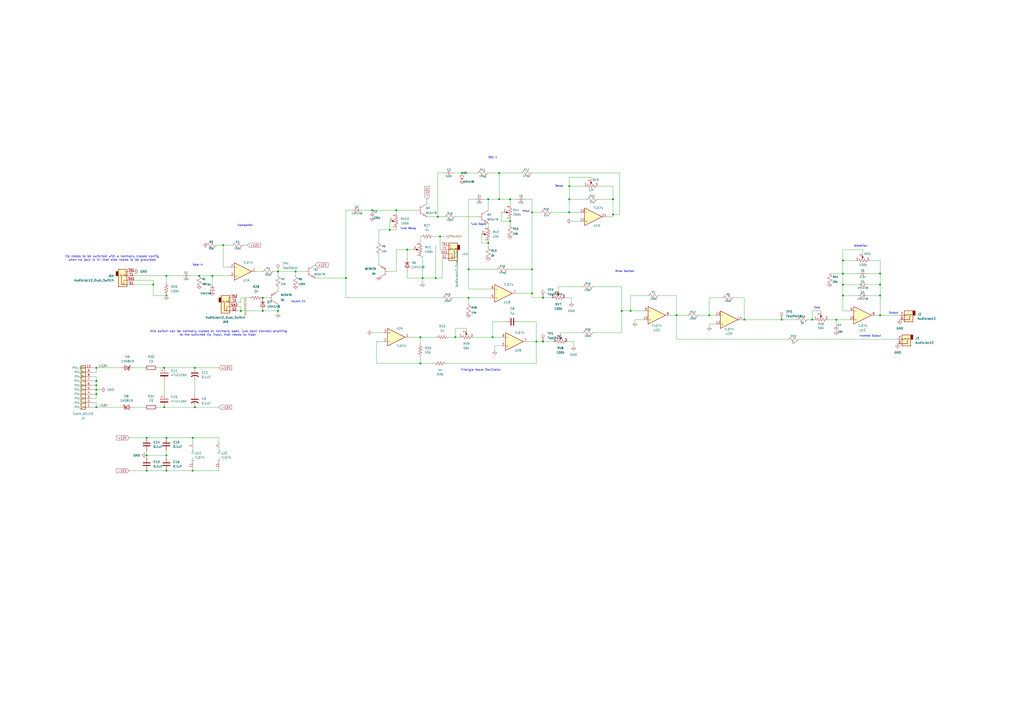
<source format=kicad_sch>
(kicad_sch (version 20250114) (generator "eeschema") (generator_version "9.0")
  (paper "A2")
  (lib_symbols
    (symbol "Amplifier_Operational:TL074" (pin_names (offset 0.127))
      (property "Reference" "U" (at 0 5.08 0))
      (property "Value" "TL074" (at 0 -5.08 0))
      (symbol "TL074_1_1"
        (pin input line (at -7.62 2.54 0) (length 2.54) (name "+") (number "3"))
        (pin input line (at -7.62 -2.54 0) (length 2.54) (name "-") (number "2"))
        (pin output line (at 7.62 0 180) (length 2.54) (name "~") (number "1"))
      )
      (symbol "TL074_2_1"
        (pin input line (at -7.62 2.54 0) (length 2.54) (name "+") (number "5"))
        (pin input line (at -7.62 -2.54 0) (length 2.54) (name "-") (number "6"))
        (pin output line (at 7.62 0 180) (length 2.54) (name "~") (number "7"))
      )
      (symbol "TL074_3_1"
        (pin input line (at -7.62 2.54 0) (length 2.54) (name "+") (number "10"))
        (pin input line (at -7.62 -2.54 0) (length 2.54) (name "-") (number "9"))
        (pin output line (at 7.62 0 180) (length 2.54) (name "~") (number "8"))
      )
      (symbol "TL074_4_1"
        (pin input line (at -7.62 2.54 0) (length 2.54) (name "+") (number "12"))
        (pin input line (at -7.62 -2.54 0) (length 2.54) (name "-") (number "13"))
        (pin output line (at 7.62 0 180) (length 2.54) (name "~") (number "14"))
      )
      (symbol "TL074_5_1"
        (pin power_in line (at -2.54 7.62 270) (length 3.81) (name "V+") (number "4"))
        (pin power_in line (at -2.54 -7.62 90) (length 3.81) (name "V-") (number "11"))
      )
    )
    (symbol "Connector:TestPoint" (pin_numbers (hide yes)) (pin_names (offset 0.762) (hide yes))
      (property "Reference" "TP" (at 0 6.858 0))
      (property "Value" "TestPoint" (at 0 5.08 0))
      (symbol "TestPoint_1_1"
        (pin passive line (at 0 0 90) (length 2.54) (name "1") (number "1"))
      )
    )
    (symbol "Connector_Audio:AudioJack2"
      (property "Reference" "J" (at 0 8.89 0))
      (property "Value" "AudioJack2" (at 0 6.35 0))
      (symbol "AudioJack2_1_1"
        (pin passive line (at 5.08 2.54 180) (length 2.54) (name "~") (number "S"))
        (pin passive line (at 5.08 0 180) (length 2.54) (name "~") (number "T"))
      )
    )
    (symbol "Connector_Audio:AudioJack2_Dual_Switch"
      (property "Reference" "J" (at 0 11.43 0))
      (property "Value" "AudioJack2_Dual_Switch" (at 0 8.89 0))
      (symbol "AudioJack2_Dual_Switch_1_1"
        (pin passive line (at 5.08 5.08 180) (length 2.54) (name "~") (number "S1"))
        (pin passive line (at 5.08 2.54 180) (length 2.54) (name "~") (number "SN1"))
        (pin passive line (at 5.08 0 180) (length 2.54) (name "~") (number "T1"))
        (pin passive line (at 5.08 -2.54 180) (length 2.54) (name "~") (number "TN1"))
      )
      (symbol "AudioJack2_Dual_Switch_2_1"
        (pin passive line (at 5.08 5.08 180) (length 2.54) (name "~") (number "S2"))
        (pin passive line (at 5.08 2.54 180) (length 2.54) (name "~") (number "SN2"))
        (pin passive line (at 5.08 0 180) (length 2.54) (name "~") (number "T2"))
        (pin passive line (at 5.08 -2.54 180) (length 2.54) (name "~") (number "TN2"))
      )
    )
    (symbol "Connector_Generic:Conn_01x10" (pin_names (offset 1.016))
      (property "Reference" "J" (at 0 12.7 0))
      (property "Value" "Conn_01x10" (at 0 -15.24 0))
      (symbol "Conn_01x10_1_1"
        (pin passive line (at -5.08 10.16 0) (length 3.81) (name "Pin_1") (number "1"))
        (pin passive line (at -5.08 7.62 0) (length 3.81) (name "Pin_2") (number "2"))
        (pin passive line (at -5.08 5.08 0) (length 3.81) (name "Pin_3") (number "3"))
        (pin passive line (at -5.08 2.54 0) (length 3.81) (name "Pin_4") (number "4"))
        (pin passive line (at -5.08 0 0) (length 3.81) (name "Pin_5") (number "5"))
        (pin passive line (at -5.08 -2.54 0) (length 3.81) (name "Pin_6") (number "6"))
        (pin passive line (at -5.08 -5.08 0) (length 3.81) (name "Pin_7") (number "7"))
        (pin passive line (at -5.08 -7.62 0) (length 3.81) (name "Pin_8") (number "8"))
        (pin passive line (at -5.08 -10.16 0) (length 3.81) (name "Pin_9") (number "9"))
        (pin passive line (at -5.08 -12.7 0) (length 3.81) (name "Pin_10") (number "10"))
      )
    )
    (symbol "Device:C" (pin_numbers (hide yes)) (pin_names (offset 0.254))
      (property "Reference" "C" (at 0.635 2.54 0))
      (property "Value" "C" (at 0.635 -2.54 0))
      (symbol "C_1_1"
        (pin passive line (at 0 3.81 270) (length 2.794) (name "~") (number "1"))
        (pin passive line (at 0 -3.81 90) (length 2.794) (name "~") (number "2"))
      )
    )
    (symbol "Device:C_Polarized" (pin_numbers (hide yes)) (pin_names (offset 0.254))
      (property "Reference" "C" (at 0.635 2.54 0))
      (property "Value" "C_Polarized" (at 0.635 -2.54 0))
      (symbol "C_Polarized_1_1"
        (pin passive line (at 0 3.81 270) (length 2.794) (name "~") (number "1"))
        (pin passive line (at 0 -3.81 90) (length 2.794) (name "~") (number "2"))
      )
    )
    (symbol "Device:C_US" (pin_numbers (hide yes)) (pin_names (offset 0.254) (hide yes))
      (property "Reference" "C" (at 0.635 2.54 0))
      (property "Value" "C_US" (at 0.635 -2.54 0))
      (symbol "C_US_1_1"
        (pin passive line (at 0 3.81 270) (length 2.794) (name "~") (number "1"))
        (pin passive line (at 0 -3.81 90) (length 3.302) (name "~") (number "2"))
      )
    )
    (symbol "Device:R" (pin_numbers (hide yes)) (pin_names (offset 0))
      (property "Reference" "R" (at 2.032 0 90))
      (property "Value" "R" (at 0 0 90))
      (symbol "R_1_1"
        (pin passive line (at 0 3.81 270) (length 1.27) (name "~") (number "1"))
        (pin passive line (at 0 -3.81 90) (length 1.27) (name "~") (number "2"))
      )
    )
    (symbol "Device:R_Potentiometer_US" (pin_names (offset 1.016) (hide yes))
      (property "Reference" "RV" (at -4.445 0 90))
      (property "Value" "R_Potentiometer_US" (at -2.54 0 90))
      (symbol "R_Potentiometer_US_1_1"
        (pin passive line (at 0 3.81 270) (length 1.27) (name "1") (number "1"))
        (pin passive line (at 0 -3.81 90) (length 1.27) (name "3") (number "3"))
        (pin passive line (at 3.81 0 180) (length 1.27) (name "2") (number "2"))
      )
    )
    (symbol "Device:R_US" (pin_numbers (hide yes)) (pin_names (offset 0))
      (property "Reference" "R" (at 2.54 0 90))
      (property "Value" "R_US" (at -2.54 0 90))
      (symbol "R_US_1_1"
        (pin passive line (at 0 3.81 270) (length 1.27) (name "~") (number "1"))
        (pin passive line (at 0 -3.81 90) (length 1.27) (name "~") (number "2"))
      )
    )
    (symbol "Diode:1N4148" (pin_numbers (hide yes)) (pin_names (hide yes))
      (property "Reference" "D" (at 0 2.54 0))
      (property "Value" "1N4148" (at 0 -2.54 0))
      (symbol "1N4148_1_1"
        (pin passive line (at -3.81 0 0) (length 2.54) (name "K") (number "1"))
        (pin passive line (at 3.81 0 180) (length 2.54) (name "A") (number "2"))
      )
    )
    (symbol "Diode:1N5819" (pin_numbers (hide yes)) (pin_names (offset 1.016) (hide yes))
      (property "Reference" "D" (at 0 2.54 0))
      (property "Value" "1N5819" (at 0 -2.54 0))
      (symbol "1N5819_1_1"
        (pin passive line (at -3.81 0 0) (length 2.54) (name "K") (number "1"))
        (pin passive line (at 3.81 0 180) (length 2.54) (name "A") (number "2"))
      )
    )
    (symbol "ltspice:GND" (power)
      (symbol "GND_0_0"
        (pin power_in line (at 0 0 0) (length 0.0005) (name "") (number ""))
      )
    )
    (symbol "ltspice:cap" (pin_numbers (hide yes))
      (symbol "cap_0_0"
        (pin passive line (at 1.27 0 0) (length 0.0005) (name "") (number "1"))
        (pin passive line (at 1.27 -5.08 0) (length 0.0005) (name "") (number "2"))
      )
    )
    (symbol "ltspice:diode" (pin_numbers (hide yes))
      (symbol "diode_0_0"
        (pin passive line (at 1.27 0 0) (length 0.0005) (name "+") (number "1"))
        (pin passive line (at 1.27 -5.08 0) (length 0.0005) (name "-") (number "2"))
      )
    )
    (symbol "ltspice:npn" (pin_numbers (hide yes))
      (symbol "npn_0_0"
        (pin passive line (at 0 -3.81 0) (length 0.0005) (name "B") (number "2"))
        (pin passive line (at 5.08 0 0) (length 0.0005) (name "C") (number "1"))
        (pin passive line (at 5.08 -7.62 0) (length 0.0005) (name "E") (number "3"))
      )
    )
    (symbol "ltspice:pnp" (pin_numbers (hide yes))
      (symbol "pnp_0_0"
        (pin passive line (at 0 -3.81 0) (length 0.0005) (name "B") (number "2"))
        (pin passive line (at 5.08 0 0) (length 0.0005) (name "C") (number "1"))
        (pin passive line (at 5.08 -7.62 0) (length 0.0005) (name "E") (number "3"))
      )
    )
    (symbol "ltspice:res" (pin_numbers (hide yes))
      (symbol "res_0_0"
        (pin passive line (at 1.27 -1.27 0) (length 0.0005) (name "") (number "1"))
        (pin passive line (at 1.27 -7.62 0) (length 0.0005) (name "") (number "2"))
      )
    )
    (symbol "power:GND" (power) (pin_numbers (hide yes)) (pin_names (offset 0) (hide yes))
      (property "Value" "GND" (at 0 -3.81 0))
      (symbol "GND_1_1"
        (pin power_in line (at 0 0 270) (length 0) (name "~") (number "1"))
      )
    )
  )
  (text "Pitch" (at 303.022 122.682 0) (effects (font (size 1.0668 1.0668)) (justify left)))
  (text "tip needs to be switched with a normally closed config\nwhen no jack is in, that side needs to be grounded\n" (at 65.024 149.86 0) (effects (font (size 1.27 1.27))))
  (text "Decay" (at 321.945 107.95 0) (effects (font (size 1.0668 1.0668)) (justify left)))
  (text "this switch can be normally closed or normally open, just dont connect anything\nto the switched tip input. that needs to float " (at 126.746 193.294 0) (effects (font (size 1.27 1.27))))
  (text "Inverted Output" (at 498.475 194.945 0) (effects (font (size 1.0668 1.0668)) (justify left)))
  (text "Tune Decay" (at 232.156 132.588 0) (effects (font (size 1.0668 1.0668)) (justify left)))
  (text "Tone" (at 471.932 178.562 0) (effects (font (size 1.0668 1.0668)) (justify left)))
  (text "Mixer Section" (at 356.87 157.48 0) (effects (font (size 1.0668 1.0668)) (justify left)))
  (text "Tune Depth" (at 273.05 130.175 0) (effects (font (size 1.0668 1.0668)) (justify left)))
  (text "OSC 1" (at 283.21 91.44 0) (effects (font (size 1.0668 1.0668)) (justify left)))
  (text "Gate In" (at 111.76 153.67 0) (effects (font (size 1.0668 1.0668)) (justify left)))
  (text "Output" (at 515.62 181.61 0) (effects (font (size 1.0668 1.0668)) (justify left)))
  (text "Accent CV" (at 168.91 175.006 0) (effects (font (size 1.0668 1.0668)) (justify left)))
  (text "Comparitor" (at 137.795 130.81 0) (effects (font (size 1.0668 1.0668)) (justify left)))
  (text "Triangle Wave Oscillator" (at 278.892 214.63 0) (effects (font (size 1.27 1.27))))
  (text "Distortion" (at 495.3 142.748 0) (effects (font (size 1.0668 1.0668)) (justify left)))
  (junction (at 85.09 264.16))
  (junction (at 330.2 123.19))
  (junction (at 161.29 180.34))
  (junction (at 295.91 128.27))
  (junction (at 243.84 210.82))
  (junction (at 510.54 158.75))
  (junction (at 453.39 185.42))
  (junction (at 96.52 160.02))
  (junction (at 510.54 182.88))
  (junction (at 264.16 195.58))
  (junction (at 111.76 273.05))
  (junction (at 88.9 165.1))
  (junction (at 488.95 171.45))
  (junction (at 55.88 226.06))
  (junction (at 488.95 158.75))
  (junction (at 431.8 185.42))
  (junction (at 85.09 273.05))
  (junction (at 161.29 157.48))
  (junction (at 510.54 165.1))
  (junction (at 152.4 172.72))
  (junction (at 330.2 115.57))
  (junction (at 330.2 107.95))
  (junction (at 96.52 273.05))
  (junction (at 115.57 160.02))
  (junction (at 283.21 115.57))
  (junction (at 289.56 100.33))
  (junction (at 215.9 121.92))
  (junction (at 243.84 195.58))
  (junction (at 488.95 151.13))
  (junction (at 113.03 236.22))
  (junction (at 236.22 144.78))
  (junction (at 139.7 180.34))
  (junction (at 245.11 161.29))
  (junction (at 95.25 213.36))
  (junction (at 308.61 123.19))
  (junction (at 55.88 223.52))
  (junction (at 411.48 182.88))
  (junction (at 96.52 171.45))
  (junction (at 96.52 264.16))
  (junction (at 308.61 170.18))
  (junction (at 271.78 156.21))
  (junction (at 314.96 172.72))
  (junction (at 111.76 254))
  (junction (at 271.78 172.72))
  (junction (at 360.68 180.34))
  (junction (at 365.76 180.34))
  (junction (at 226.06 133.35))
  (junction (at 314.96 198.12))
  (junction (at 283.21 140.97))
  (junction (at 392.43 182.88))
  (junction (at 95.25 236.22))
  (junction (at 471.17 185.42))
  (junction (at 123.19 160.02))
  (junction (at 85.09 254))
  (junction (at 55.88 220.98))
  (junction (at 200.66 161.29))
  (junction (at 254 125.73))
  (junction (at 485.14 185.42))
  (junction (at 311.15 198.12))
  (junction (at 229.87 121.92))
  (junction (at 355.6 124.46))
  (junction (at 152.4 180.34))
  (junction (at 55.88 228.6))
  (junction (at 252.73 161.29))
  (junction (at 488.95 165.1))
  (junction (at 55.88 236.22))
  (junction (at 295.91 115.57))
  (junction (at 308.61 156.21))
  (junction (at 355.6 115.57))
  (junction (at 113.03 213.36))
  (junction (at 55.88 213.36))
  (junction (at 255.27 137.16))
  (junction (at 129.54 142.24))
  (junction (at 289.56 115.57))
  (junction (at 510.54 171.45))
  (junction (at 285.75 195.58))
  (junction (at 96.52 254))
  (junction (at 171.45 157.48))
  (junction (at 267.97 100.33))
  (wire (pts (xy 311.15 210.82) (xy 311.15 198.12)))
  (wire (pts (xy 95.25 213.36) (xy 113.03 213.36)))
  (wire (pts (xy 355.6 124.46) (xy 355.6 115.57)) (stroke (width 0.1524)))
  (wire (pts (xy 229.87 121.92) (xy 242.57 121.92)) (stroke (width 0.1524)))
  (wire (pts (xy 510.54 182.88) (xy 508 182.88)) (stroke (width 0.1524)))
  (wire (pts (xy 245.11 148.59) (xy 245.11 161.29)))
  (wire (pts (xy 133.35 160.02) (xy 123.19 160.02)) (stroke (width 0.1524)))
  (wire (pts (xy 55.88 228.6) (xy 53.34 228.6)))
  (wire (pts (xy 127 256.54) (xy 127 254)))
  (wire (pts (xy 255.27 137.16) (xy 255.27 144.78)))
  (wire (pts (xy 271.78 172.72) (xy 284.48 172.72)))
  (wire (pts (xy 161.29 168.91) (xy 161.29 166.37)) (stroke (width 0.1524)))
  (wire (pts (xy 355.6 125.73) (xy 355.6 124.46)) (stroke (width 0.1524)))
  (wire (pts (xy 200.66 121.92) (xy 200.66 161.29)) (stroke (width 0.1524)))
  (wire (pts (xy 279.4 135.89) (xy 279.4 140.97)))
  (wire (pts (xy 139.7 172.72) (xy 144.78 172.72)))
  (wire (pts (xy 219.71 140.97) (xy 219.71 133.35)))
  (wire (pts (xy 415.29 182.88) (xy 411.48 182.88)) (stroke (width 0.1524)))
  (wire (pts (xy 510.54 171.45) (xy 510.54 165.1)) (stroke (width 0.1524)))
  (wire (pts (xy 289.56 115.57) (xy 289.56 100.33)) (stroke (width 0.1524)))
  (wire (pts (xy 229.87 133.35) (xy 229.87 132.08)))
  (wire (pts (xy 300.99 186.69) (xy 311.15 186.69)))
  (wire (pts (xy 283.21 139.7) (xy 283.21 140.97)))
  (wire (pts (xy 236.22 144.78) (xy 240.03 144.78)))
  (wire (pts (xy 342.9 104.14) (xy 342.9 102.87)))
  (wire (pts (xy 129.54 142.24) (xy 125.73 142.24)) (stroke (width 0.1524)))
  (wire (pts (xy 236.22 161.29) (xy 245.11 161.29)))
  (wire (pts (xy 257.81 100.33) (xy 254 100.33)) (stroke (width 0.1524)))
  (wire (pts (xy 392.43 196.85) (xy 392.43 182.88)) (stroke (width 0.1524)))
  (wire (pts (xy 96.52 264.16) (xy 96.52 265.43)))
  (wire (pts (xy 133.35 154.94) (xy 129.54 154.94)) (stroke (width 0.1524)))
  (wire (pts (xy 323.85 168.91) (xy 323.85 166.37)))
  (wire (pts (xy 327.66 172.72) (xy 331.47 172.72)))
  (wire (pts (xy 218.44 198.12) (xy 218.44 210.82)))
  (wire (pts (xy 137.16 175.26) (xy 139.7 175.26)))
  (wire (pts (xy 264.16 195.58) (xy 266.7 195.58)))
  (wire (pts (xy 295.91 115.57) (xy 299.72 115.57)) (stroke (width 0.1524)))
  (wire (pts (xy 255.27 137.16) (xy 251.46 137.16)))
  (wire (pts (xy 346.71 107.95) (xy 355.6 107.95)))
  (wire (pts (xy 359.41 124.46) (xy 359.41 100.33)) (stroke (width 0.1524)))
  (wire (pts (xy 257.81 125.73) (xy 254 125.73)) (stroke (width 0.1524)))
  (wire (pts (xy 55.88 226.06) (xy 55.88 228.6)))
  (wire (pts (xy 313.69 123.19) (xy 308.61 123.19)) (stroke (width 0.1524)))
  (wire (pts (xy 259.08 210.82) (xy 311.15 210.82)))
  (wire (pts (xy 58.42 226.06) (xy 55.88 226.06)))
  (wire (pts (xy 270.51 191.77) (xy 270.51 190.5)))
  (wire (pts (xy 502.92 158.75) (xy 510.54 158.75)) (stroke (width 0.1524)))
  (wire (pts (xy 77.47 213.36) (xy 83.82 213.36)))
  (wire (pts (xy 330.2 115.57) (xy 330.2 107.95)) (stroke (width 0.1524)))
  (wire (pts (xy 256.54 142.24) (xy 252.73 142.24)) (stroke (width 0) (type dot)))
  (wire (pts (xy 53.34 218.44) (xy 55.88 218.44)))
  (wire (pts (xy 346.71 115.57) (xy 355.6 115.57)) (stroke (width 0.1524)))
  (wire (pts (xy 85.09 264.16) (xy 96.52 264.16)))
  (wire (pts (xy 53.34 231.14) (xy 55.88 231.14)))
  (wire (pts (xy 243.84 207.01) (xy 243.84 210.82)))
  (wire (pts (xy 55.88 223.52) (xy 55.88 226.06)))
  (wire (pts (xy 222.25 198.12) (xy 218.44 198.12)))
  (wire (pts (xy 283.21 132.08) (xy 283.21 129.54)) (stroke (width 0.1524)))
  (wire (pts (xy 292.1 123.19) (xy 290.83 123.19)))
  (wire (pts (xy 471.17 185.42) (xy 472.44 185.42)))
  (wire (pts (xy 254 125.73) (xy 254 100.33)) (stroke (width 0.1524)))
  (wire (pts (xy 129.54 142.24) (xy 134.62 142.24)) (stroke (width 0.1524)))
  (wire (pts (xy 330.2 102.87) (xy 330.2 107.95)))
  (wire (pts (xy 308.61 115.57) (xy 304.8 115.57)) (stroke (width 0.1524)))
  (wire (pts (xy 226.06 133.35) (xy 229.87 133.35)))
  (wire (pts (xy 488.95 185.42) (xy 492.76 185.42)))
  (wire (pts (xy 95.25 236.22) (xy 113.03 236.22)))
  (wire (pts (xy 331.47 172.72) (xy 331.47 175.26)))
  (wire (pts (xy 53.34 220.98) (xy 55.88 220.98)))
  (wire (pts (xy 243.84 210.82) (xy 251.46 210.82)))
  (wire (pts (xy 360.68 180.34) (xy 360.68 193.04)) (stroke (width 0.1524)))
  (wire (pts (xy 311.15 198.12) (xy 306.07 198.12)))
  (wire (pts (xy 278.13 125.73) (xy 264.16 125.73)) (stroke (width 0.1524)))
  (wire (pts (xy 200.66 161.29) (xy 200.66 172.72)) (stroke (width 0.1524)))
  (wire (pts (xy 274.32 195.58) (xy 285.75 195.58)))
  (wire (pts (xy 226.06 128.27) (xy 226.06 133.35)))
  (wire (pts (xy 229.87 144.78) (xy 229.87 157.48)))
  (wire (pts (xy 314.96 198.12) (xy 321.31 198.12)))
  (wire (pts (xy 271.78 167.64) (xy 271.78 165.1)))
  (wire (pts (xy 222.25 193.04) (xy 215.9 193.04)))
  (wire (pts (xy 311.15 186.69) (xy 311.15 198.12)))
  (wire (pts (xy 177.8 157.48) (xy 171.45 157.48)) (stroke (width 0.1524)))
  (wire (pts (xy 256.54 144.78) (xy 255.27 144.78)))
  (wire (pts (xy 55.88 213.36) (xy 53.34 213.36)))
  (wire (pts (xy 55.88 236.22) (xy 53.34 236.22)))
  (wire (pts (xy 139.7 177.8) (xy 139.7 180.34)))
  (wire (pts (xy 88.9 171.45) (xy 96.52 171.45)))
  (wire (pts (xy 375.92 171.45) (xy 365.76 171.45)) (stroke (width 0.1524)))
  (wire (pts (xy 476.25 180.34) (xy 471.17 180.34)))
  (wire (pts (xy 77.47 162.56) (xy 88.9 162.56)))
  (wire (pts (xy 497.84 165.1) (xy 488.95 165.1)) (stroke (width 0.1524)))
  (wire (pts (xy 311.15 198.12) (xy 314.96 198.12)))
  (wire (pts (xy 323.85 166.37) (xy 337.82 166.37)))
  (wire (pts (xy 77.47 165.1) (xy 88.9 165.1)))
  (wire (pts (xy 123.19 160.02) (xy 115.57 160.02)) (stroke (width 0.1524)))
  (wire (pts (xy 290.83 128.27) (xy 295.91 128.27)))
  (wire (pts (xy 476.25 181.61) (xy 476.25 180.34)))
  (wire (pts (xy 259.08 137.16) (xy 255.27 137.16)))
  (wire (pts (xy 488.95 158.75) (xy 481.33 158.75)) (stroke (width 0.1524)))
  (wire (pts (xy 53.34 215.9) (xy 55.88 215.9)))
  (wire (pts (xy 330.2 123.19) (xy 336.55 123.19)))
  (wire (pts (xy 171.45 157.48) (xy 161.29 157.48)) (stroke (width 0.1524)))
  (wire (pts (xy 289.56 100.33) (xy 283.21 100.33)) (stroke (width 0.1524)))
  (wire (pts (xy 392.43 182.88) (xy 392.43 171.45)) (stroke (width 0.1524)))
  (wire (pts (xy 488.95 185.42) (xy 485.14 185.42)) (stroke (width 0.1524)))
  (wire (pts (xy 308.61 123.19) (xy 308.61 115.57)) (stroke (width 0.1524)))
  (wire (pts (xy 247.65 115.57) (xy 247.65 118.11)))
  (wire (pts (xy 236.22 149.86) (xy 236.22 144.78)))
  (wire (pts (xy 500.38 147.32) (xy 500.38 144.78)))
  (wire (pts (xy 111.76 273.05) (xy 111.76 271.78)))
  (wire (pts (xy 355.6 125.73) (xy 351.79 125.73)) (stroke (width 0.1524)))
  (wire (pts (xy 325.12 193.04) (xy 337.82 193.04)))
  (wire (pts (xy 85.09 261.62) (xy 85.09 264.16)))
  (wire (pts (xy 74.93 273.05) (xy 85.09 273.05)))
  (wire (pts (xy 152.4 180.34) (xy 161.29 180.34)))
  (wire (pts (xy 111.76 254) (xy 96.52 254)))
  (wire (pts (xy 53.34 223.52) (xy 55.88 223.52)))
  (wire (pts (xy 161.29 157.48) (xy 158.75 157.48)) (stroke (width 0.1524)))
  (wire (pts (xy 290.83 200.66) (xy 287.02 200.66)))
  (wire (pts (xy 161.29 160.02) (xy 161.29 157.48)) (stroke (width 0.1524)))
  (wire (pts (xy 457.2 196.85) (xy 392.43 196.85)) (stroke (width 0.1524)))
  (wire (pts (xy 453.39 185.42) (xy 462.28 185.42)) (stroke (width 0.1524)))
  (wire (pts (xy 245.11 161.29) (xy 245.11 165.1)))
  (wire (pts (xy 55.88 236.22) (xy 69.85 236.22)))
  (wire (pts (xy 252.73 161.29) (xy 245.11 161.29)))
  (wire (pts (xy 224.79 157.48) (xy 229.87 157.48)))
  (wire (pts (xy 283.21 115.57) (xy 280.67 115.57)) (stroke (width 0.1524)))
  (wire (pts (xy 308.61 156.21) (xy 294.64 156.21)) (stroke (width 0.1524)))
  (wire (pts (xy 388.62 182.88) (xy 392.43 182.88)))
  (wire (pts (xy 330.2 107.95) (xy 339.09 107.95)))
  (wire (pts (xy 236.22 161.29) (xy 236.22 157.48)))
  (wire (pts (xy 96.52 273.05) (xy 111.76 273.05)))
  (wire (pts (xy 105.41 160.02) (xy 96.52 160.02)) (stroke (width 0.1524)))
  (wire (pts (xy 510.54 165.1) (xy 510.54 158.75)) (stroke (width 0.1524)))
  (wire (pts (xy 302.26 100.33) (xy 289.56 100.33)) (stroke (width 0.1524)))
  (wire (pts (xy 330.2 123.19) (xy 330.2 115.57)) (stroke (width 0.1524)))
  (wire (pts (xy 330.2 123.19) (xy 320.04 123.19)) (stroke (width 0.1524)))
  (wire (pts (xy 276.86 100.33) (xy 267.97 100.33)) (stroke (width 0.1524)))
  (wire (pts (xy 431.8 172.72) (xy 431.8 185.42)) (stroke (width 0.1524)))
  (wire (pts (xy 123.19 165.1) (xy 123.19 160.02)) (stroke (width 0.1524)))
  (wire (pts (xy 360.68 193.04) (xy 344.17 193.04)) (stroke (width 0.1524)))
  (wire (pts (xy 275.59 115.57) (xy 271.78 115.57)) (stroke (width 0.1524)))
  (wire (pts (xy 256.54 172.72) (xy 200.66 172.72)) (stroke (width 0.1524)))
  (wire (pts (xy 328.93 198.12) (xy 332.74 198.12)))
  (wire (pts (xy 256.54 161.29) (xy 256.54 149.86)))
  (wire (pts (xy 510.54 158.75) (xy 510.54 151.13)) (stroke (width 0.1524)))
  (wire (pts (xy 488.95 158.75) (xy 488.95 151.13)) (stroke (width 0.1524)))
  (wire (pts (xy 55.88 213.36) (xy 69.85 213.36)))
  (wire (pts (xy 96.52 160.02) (xy 77.47 160.02)))
  (wire (pts (xy 161.29 182.88) (xy 161.29 180.34)))
  (wire (pts (xy 254 125.73) (xy 247.65 125.73)) (stroke (width 0.1524)))
  (wire (pts (xy 471.17 180.34) (xy 471.17 185.42)))
  (wire (pts (xy 295.91 115.57) (xy 295.91 119.38)))
  (wire (pts (xy 502.92 165.1) (xy 510.54 165.1)) (stroke (width 0.1524)))
  (wire (pts (xy 411.48 187.96) (xy 411.48 190.5)) (stroke (width 0.1524)))
  (wire (pts (xy 243.84 195.58) (xy 252.73 195.58)))
  (wire (pts (xy 287.02 200.66) (xy 287.02 203.2)))
  (wire (pts (xy 340.36 115.57) (xy 330.2 115.57)) (stroke (width 0.1524)))
  (wire (pts (xy 74.93 254) (xy 85.09 254)))
  (wire (pts (xy 289.56 115.57) (xy 295.91 115.57)) (stroke (width 0.1524)))
  (wire (pts (xy 510.54 171.45) (xy 510.54 182.88)) (stroke (width 0.1524)))
  (wire (pts (xy 161.29 180.34) (xy 161.29 176.53)))
  (wire (pts (xy 308.61 156.21) (xy 308.61 123.19)) (stroke (width 0.1524)))
  (wire (pts (xy 111.76 254) (xy 111.76 256.54)))
  (wire (pts (xy 295.91 127) (xy 295.91 128.27)))
  (wire (pts (xy 152.4 157.48) (xy 148.59 157.48)) (stroke (width 0.1524)))
  (wire (pts (xy 332.74 198.12) (xy 332.74 200.66)))
  (wire (pts (xy 204.47 121.92) (xy 200.66 121.92)) (stroke (width 0.1524)))
  (wire (pts (xy 85.09 254) (xy 96.52 254)))
  (wire (pts (xy 127 273.05) (xy 127 271.78)))
  (wire (pts (xy 365.76 180.34) (xy 360.68 180.34)) (stroke (width 0.1524)))
  (wire (pts (xy 285.75 186.69) (xy 285.75 195.58)))
  (wire (pts (xy 411.48 182.88) (xy 411.48 172.72)) (stroke (width 0.1524)))
  (wire (pts (xy 271.78 156.21) (xy 271.78 115.57)) (stroke (width 0.1524)))
  (wire (pts (xy 111.76 273.05) (xy 127 273.05)))
  (wire (pts (xy 218.44 210.82) (xy 243.84 210.82)))
  (wire (pts (xy 245.11 148.59) (xy 243.84 148.59)))
  (wire (pts (xy 53.34 226.06) (xy 55.88 226.06)))
  (wire (pts (xy 368.3 187.96) (xy 368.3 185.42)) (stroke (width 0.1524)))
  (wire (pts (xy 55.88 233.68) (xy 55.88 236.22)))
  (wire (pts (xy 336.55 128.27) (xy 330.2 128.27)) (stroke (width 0.1524)))
  (wire (pts (xy 229.87 144.78) (xy 236.22 144.78)))
  (wire (pts (xy 219.71 133.35) (xy 226.06 133.35)))
  (wire (pts (xy 139.7 175.26) (xy 139.7 172.72)))
  (wire (pts (xy 468.63 185.42) (xy 471.17 185.42)))
  (wire (pts (xy 430.53 185.42) (xy 431.8 185.42)))
  (wire (pts (xy 252.73 161.29) (xy 256.54 161.29)))
  (wire (pts (xy 55.88 231.14) (xy 55.88 228.6)))
  (wire (pts (xy 113.03 220.98) (xy 113.03 228.6)))
  (wire (pts (xy 264.16 190.5) (xy 264.16 195.58)))
  (wire (pts (xy 325.12 194.31) (xy 325.12 193.04)))
  (wire (pts (xy 283.21 140.97) (xy 283.21 143.51)))
  (wire (pts (xy 510.54 182.88) (xy 521.97 182.88)) (stroke (width 0.1524)))
  (wire (pts (xy 373.38 185.42) (xy 368.3 185.42)) (stroke (width 0.1524)))
  (wire (pts (xy 488.95 171.45) (xy 488.95 165.1)) (stroke (width 0.1524)))
  (wire (pts (xy 411.48 182.88) (xy 405.13 182.88)) (stroke (width 0.1524)))
  (wire (pts (xy 85.09 273.05) (xy 96.52 273.05)))
  (wire (pts (xy 215.9 121.92) (xy 229.87 121.92)) (stroke (width 0.1524)))
  (wire (pts (xy 228.6 121.92) (xy 229.87 121.92)))
  (wire (pts (xy 463.55 196.85) (xy 520.7 196.85)) (stroke (width 0.1524)))
  (wire (pts (xy 488.95 165.1) (xy 488.95 158.75)) (stroke (width 0.1524)))
  (wire (pts (xy 365.76 180.34) (xy 373.38 180.34)) (stroke (width 0.1524)))
  (wire (pts (xy 237.49 195.58) (xy 243.84 195.58)))
  (wire (pts (xy 284.48 167.64) (xy 271.78 167.64)))
  (wire (pts (xy 392.43 182.88) (xy 398.78 182.88)) (stroke (width 0.1524)))
  (wire (pts (xy 502.92 171.45) (xy 510.54 171.45)) (stroke (width 0.1524)))
  (wire (pts (xy 299.72 170.18) (xy 308.61 170.18)))
  (wire (pts (xy 485.14 187.96) (xy 485.14 185.42)) (stroke (width 0.1524)))
  (wire (pts (xy 88.9 162.56) (xy 88.9 165.1)))
  (wire (pts (xy 480.06 185.42) (xy 485.14 185.42)))
  (wire (pts (xy 488.95 151.13) (xy 496.57 151.13)))
  (wire (pts (xy 270.51 190.5) (xy 264.16 190.5)))
  (wire (pts (xy 279.4 140.97) (xy 283.21 140.97)))
  (wire (pts (xy 127 254) (xy 111.76 254)))
  (wire (pts (xy 314.96 172.72) (xy 308.61 172.72)))
  (wire (pts (xy 171.45 160.02) (xy 171.45 157.48)) (stroke (width 0.1524)))
  (wire (pts (xy 488.95 180.34) (xy 488.95 171.45)) (stroke (width 0.1524)))
  (wire (pts (xy 243.84 195.58) (xy 243.84 199.39)))
  (wire (pts (xy 288.29 156.21) (xy 271.78 156.21)) (stroke (width 0.1524)))
  (wire (pts (xy 113.03 236.22) (xy 127 236.22)))
  (wire (pts (xy 55.88 220.98) (xy 55.88 223.52)))
  (wire (pts (xy 53.34 233.68) (xy 55.88 233.68)))
  (wire (pts (xy 229.87 124.46) (xy 229.87 121.92)))
  (wire (pts (xy 96.52 163.83) (xy 96.52 160.02)) (stroke (width 0.1524)))
  (wire (pts (xy 411.48 187.96) (xy 415.29 187.96)) (stroke (width 0.1524)))
  (wire (pts (xy 425.45 172.72) (xy 431.8 172.72)) (stroke (width 0.1524)))
  (wire (pts (xy 308.61 170.18) (xy 308.61 172.72)))
  (wire (pts (xy 289.56 115.57) (xy 283.21 115.57)) (stroke (width 0.1524)))
  (wire (pts (xy 497.84 171.45) (xy 488.95 171.45)) (stroke (width 0.1524)))
  (wire (pts (xy 271.78 165.1) (xy 271.78 156.21)) (stroke (width 0.1524)))
  (wire (pts (xy 271.78 172.72) (xy 262.89 172.72)) (stroke (width 0.1524)))
  (wire (pts (xy 95.25 220.98) (xy 95.25 228.6)))
  (wire (pts (xy 497.84 158.75) (xy 488.95 158.75)) (stroke (width 0.1524)))
  (wire (pts (xy 139.7 180.34) (xy 152.4 180.34)))
  (wire (pts (xy 500.38 144.78) (xy 488.95 144.78)))
  (wire (pts (xy 271.78 176.53) (xy 271.78 172.72)) (stroke (width 0.1524)))
  (wire (pts (xy 129.54 154.94) (xy 129.54 142.24)) (stroke (width 0.1524)))
  (wire (pts (xy 91.44 236.22) (xy 95.25 236.22)))
  (wire (pts (xy 91.44 213.36) (xy 95.25 213.36)))
  (wire (pts (xy 200.66 161.29) (xy 182.88 161.29)) (stroke (width 0.1524)))
  (wire (pts (xy 96.52 261.62) (xy 96.52 264.16)))
  (wire (pts (xy 290.83 123.19) (xy 290.83 128.27)))
  (wire (pts (xy 55.88 218.44) (xy 55.88 220.98)))
  (wire (pts (xy 419.1 172.72) (xy 411.48 172.72)) (stroke (width 0.1524)))
  (wire (pts (xy 285.75 195.58) (xy 290.83 195.58)))
  (wire (pts (xy 85.09 264.16) (xy 85.09 265.43)))
  (wire (pts (xy 488.95 180.34) (xy 492.76 180.34)))
  (wire (pts (xy 360.68 166.37) (xy 344.17 166.37)) (stroke (width 0.1524)))
  (wire (pts (xy 295.91 128.27) (xy 295.91 130.81)))
  (wire (pts (xy 96.52 171.45) (xy 96.52 172.72)))
  (wire (pts (xy 320.04 172.72) (xy 314.96 172.72)))
  (wire (pts (xy 55.88 215.9) (xy 55.88 213.36)))
  (wire (pts (xy 137.16 180.34) (xy 139.7 180.34)))
  (wire (pts (xy 88.9 165.1) (xy 88.9 171.45)))
  (wire (pts (xy 243.84 137.16) (xy 243.84 140.97)))
  (wire (pts (xy 359.41 124.46) (xy 355.6 124.46)) (stroke (width 0.1524)))
  (wire (pts (xy 431.8 185.42) (xy 453.39 185.42)) (stroke (width 0.1524)))
  (wire (pts (xy 267.97 100.33) (xy 262.89 100.33)) (stroke (width 0.1524)))
  (wire (pts (xy 143.51 142.24) (xy 140.97 142.24)) (stroke (width 0.1524)))
  (wire (pts (xy 360.68 180.34) (xy 360.68 166.37)) (stroke (width 0.1524)))
  (wire (pts (xy 293.37 186.69) (xy 285.75 186.69)))
  (wire (pts (xy 504.19 151.13) (xy 510.54 151.13)) (stroke (width 0.1524)))
  (wire (pts (xy 260.35 195.58) (xy 264.16 195.58)))
  (wire (pts (xy 342.9 102.87) (xy 330.2 102.87)))
  (wire (pts (xy 392.43 171.45) (xy 382.27 171.45)) (stroke (width 0.1524)))
  (wire (pts (xy 115.57 160.02) (xy 110.49 160.02)) (stroke (width 0.1524)))
  (wire (pts (xy 308.61 156.21) (xy 308.61 170.18)))
  (wire (pts (xy 137.16 177.8) (xy 139.7 177.8)))
  (wire (pts (xy 488.95 144.78) (xy 488.95 151.13)))
  (wire (pts (xy 219.71 153.67) (xy 219.71 147.32)) (stroke (width 0.1524)))
  (wire (pts (xy 77.47 236.22) (xy 83.82 236.22)))
  (wire (pts (xy 355.6 115.57) (xy 355.6 107.95)) (stroke (width 0.1524)))
  (wire (pts (xy 215.9 121.92) (xy 209.55 121.92)) (stroke (width 0.1524)))
  (wire (pts (xy 113.03 213.36) (xy 127 213.36)))
  (wire (pts (xy 283.21 121.92) (xy 283.21 115.57)) (stroke (width 0.1524)))
  (wire (pts (xy 152.4 172.72) (xy 156.21 172.72)))
  (wire (pts (xy 365.76 180.34) (xy 365.76 171.45)) (stroke (width 0.1524)))
  (wire (pts (xy 308.61 100.33) (xy 359.41 100.33)) (stroke (width 0.1524)))
  (wire (pts (xy 252.73 142.24) (xy 252.73 161.29)))
  (label "+12V" (at 62.23 213.36 180))
  (label "-12V" (at 62.23 236.22 180))
  (global_label "+12V" (shape input) (at 127 213.36 0) (property "Intersheetrefs" "${INTERSHEET_REFS}" (effects (hide yes))))
  (global_label "+12V" (shape input) (at 74.93 254 180) (property "Intersheetrefs" "${INTERSHEET_REFS}" (effects (hide yes))))
  (global_label "-12V" (shape input) (at 127 236.22 0) (property "Intersheetrefs" "${INTERSHEET_REFS}" (effects (hide yes))))
  (global_label "+12V" (shape input) (at 182.88 153.67 0) (property "Intersheetrefs" "${INTERSHEET_REFS}" (effects (hide yes))))
  (global_label "-12V" (shape input) (at 74.93 273.05 180) (property "Intersheetrefs" "${INTERSHEET_REFS}" (effects (hide yes))))
  (global_label "+12V" (shape input) (at 143.51 142.24 0) (property "Intersheetrefs" "${INTERSHEET_REFS}" (effects (hide yes))))
  (global_label "+12V" (shape input) (at 247.65 115.57 90) (property "Intersheetrefs" "${INTERSHEET_REFS}" (effects (hide yes))))
  (hierarchical_label "PitchCV" (shape input) (at 259.08 137.16 0))
  (hierarchical_label "AccentCV" (shape input) (at 142.24 172.72 270))
  (symbol (lib_id "ltspice:res") (at 469.9 184.15 270) (unit 1)
    (property "Reference" "R14" (at 465.455 184.15 90) (effects (font (size 1.0668 1.0668)) (justify bottom)))
    (property "Value" "1k" (at 465.455 186.69 90) (effects (font (size 1.0668 1.0668)) (justify top)))
    (property "Footprint" "Resistor_THT:R_Axial_DIN0207_L6.3mm_D2.5mm_P7.62mm_Horizontal" (effects (hide yes)))
    (property "Sim.Device" "R" (effects (hide yes)))
    (property "Sim.Params" "R=${VALUE}" (effects (hide yes)))
  )
  (symbol (lib_id "ltspice:res") (at 114.3 158.75 0) (unit 1)
    (property "Reference" "R1" (at 117.1702 161.925 0) (effects (font (size 1.0668 1.0668)) (justify left)))
    (property "Value" "39k" (at 117.1702 164.7952 0) (effects (font (size 1.0668 1.0668)) (justify left)))
    (property "Footprint" "Resistor_THT:R_Axial_DIN0207_L6.3mm_D2.5mm_P7.62mm_Horizontal" (effects (hide yes)))
    (property "Sim.Device" "R" (effects (hide yes)))
    (property "Sim.Params" "R=${VALUE}" (effects (hide yes)))
  )
  (symbol (lib_id "ltspice:res") (at 270.51 175.26 0) (unit 1)
    (property "Reference" "R18" (at 273.3802 178.435 0) (effects (font (size 1.0668 1.0668)) (justify left)))
    (property "Value" "14k" (at 273.3802 181.3052 0) (effects (font (size 1.0668 1.0668)) (justify left)))
    (property "Footprint" "Resistor_THT:R_Axial_DIN0207_L6.3mm_D2.5mm_P7.62mm_Horizontal" (effects (hide yes)))
    (property "Sim.Device" "R" (effects (hide yes)))
    (property "Sim.Params" "R=${VALUE}" (effects (hide yes)))
  )
  (symbol (lib_id "Connector:TestPoint") (at 314.96 172.72 0) (unit 1)
    (property "Reference" "TP2" (at 317.5 168.1479 0) (effects (justify left)))
    (property "Value" "TestPoint" (at 317.5 170.6879 0) (effects (justify left)))
    (property "Footprint" "TestPoint:TestPoint_Pad_D1.5mm" (effects (hide yes)))
    (property "Description" "test point" (effects (hide yes)))
  )
  (symbol (lib_id "power:GND") (at 331.47 175.26 0) (unit 1)
    (property "Reference" "#PWR01" (effects (hide yes)))
    (property "Value" "GND" (at 331.47 180.34 0))
    (property "Description" "Power symbol creates a global label with name \"GND\" , ground" (effects (hide yes)))
  )
  (symbol (lib_id "power:GND") (at 58.42 226.06 90) (unit 1)
    (property "Reference" "#PWR08" (effects (hide yes)))
    (property "Value" "GND" (at 62.23 226.0599 90) (effects (justify right)))
    (property "Description" "Power symbol creates a global label with name \"GND\" , ground" (effects (hide yes)))
  )
  (symbol (lib_id "ltspice:res") (at 255.27 173.99 90) (unit 1)
    (property "Reference" "R19" (at 259.715 171.45 90) (effects (font (size 1.0668 1.0668)) (justify top)))
    (property "Value" "100k" (at 259.715 173.99 90) (effects (font (size 1.0668 1.0668)) (justify bottom)))
    (property "Footprint" "Resistor_THT:R_Axial_DIN0207_L6.3mm_D2.5mm_P7.62mm_Horizontal" (effects (hide yes)))
    (property "Sim.Device" "R" (effects (hide yes)))
    (property "Sim.Params" "R=${VALUE}" (effects (hide yes)))
  )
  (symbol (lib_id "ltspice:cap") (at 483.87 187.96 0) (unit 1)
    (property "Reference" "C7" (at 485.775 188.595 0) (effects (font (size 1.0668 1.0668)) (justify left)))
    (property "Value" "15n" (at 485.775 192.405 0) (effects (font (size 1.0668 1.0668)) (justify left)))
    (property "Footprint" "Capacitor_THT:C_Rect_L7.0mm_W3.5mm_P5.00mm" (effects (hide yes)))
    (property "Sim.Device" "C" (effects (hide yes)))
    (property "Sim.Params" "C=${VALUE}" (effects (hide yes)))
  )
  (symbol (lib_id "ltspice:GND") (at 330.2 128.27 270) (unit 1)
    (property "Reference" "#GND019" (effects (hide yes)))
    (property "Value" "0" (effects (hide yes)))
  )
  (symbol (lib_id "ltspice:GND") (at 215.9 127 0) (unit 1)
    (property "Reference" "#GND006" (effects (hide yes)))
    (property "Value" "0" (effects (hide yes)))
  )
  (symbol (lib_id "Connector_Audio:AudioJack2") (at 525.78 196.85 180) (unit 1)
    (property "Reference" "J3" (at 530.86 196.2149 0) (effects (justify right)))
    (property "Value" "AudioJack2" (at 530.86 198.7549 0) (effects (justify right)))
    (property "Description" "Audio Jack, 2 Poles (Mono / TS)" (effects (hide yes)))
  )
  (symbol (lib_id "Device:R_US") (at 148.59 172.72 90) (unit 1)
    (property "Reference" "R28" (at 148.59 166.37 90))
    (property "Value" "1k" (at 148.59 168.91 90))
    (property "Footprint" "Resistor_THT:R_Axial_DIN0207_L6.3mm_D2.5mm_P7.62mm_Horizontal" (effects (hide yes)))
    (property "Description" "Resistor, US symbol" (effects (hide yes)))
  )
  (symbol (lib_id "ltspice:cap") (at 299.72 116.84 90) (unit 1)
    (property "Reference" "C5" (at 302.26 114.3 90) (effects (font (size 1.0668 1.0668)) (justify top)))
    (property "Value" "15n" (at 302.26 116.84 90) (effects (font (size 1.0668 1.0668)) (justify bottom)))
    (property "Footprint" "Capacitor_THT:C_Rect_L7.0mm_W3.5mm_P5.00mm" (effects (hide yes)))
    (property "Sim.Device" "C" (effects (hide yes)))
    (property "Sim.Params" "C=${VALUE}" (effects (hide yes)))
  )
  (symbol (lib_id "ltspice:res") (at 127 140.97 270) (unit 1)
    (property "Reference" "R2" (at 122.555 140.97 90) (effects (font (size 1.0668 1.0668)) (justify bottom)))
    (property "Value" "33k" (at 122.555 143.51 90) (effects (font (size 1.0668 1.0668)) (justify top)))
    (property "Footprint" "Resistor_THT:R_Axial_DIN0207_L6.3mm_D2.5mm_P7.62mm_Horizontal" (effects (hide yes)))
    (property "Sim.Device" "R" (effects (hide yes)))
    (property "Sim.Params" "R=${VALUE}" (effects (hide yes)))
  )
  (symbol (lib_id "ltspice:diode") (at 266.7 100.33 0) (unit 1)
    (property "Reference" "D3" (at 268.605 100.33 0) (effects (font (size 1.0668 1.0668)) (justify left)))
    (property "Value" "1N4148" (at 268.605 105.41 0) (effects (font (size 1.0668 1.0668)) (justify left)))
    (property "Footprint" "Diode_THT:D_DO-35_SOD27_P7.62mm_Horizontal" (effects (hide yes)))
    (property "Sim.Device" "SPICE" (effects (hide yes)))
    (property "Sim.Params" "model=\"1N4148\"" (effects (hide yes)))
  )
  (symbol (lib_id "Device:R") (at 87.63 213.36 90) (unit 1)
    (property "Reference" "R30" (at 87.63 207.01 90))
    (property "Value" "10" (at 87.63 209.55 90))
    (property "Footprint" "Resistor_THT:R_Axial_DIN0207_L6.3mm_D2.5mm_P7.62mm_Horizontal" (effects (hide yes)))
    (property "Description" "Resistor" (effects (hide yes)))
  )
  (symbol (lib_id "ltspice:GND") (at 219.71 161.29 0) (unit 1)
    (property "Reference" "#GND005" (effects (hide yes)))
    (property "Value" "0" (effects (hide yes)))
  )
  (symbol (lib_id "ltspice:GND") (at 123.19 170.18 0) (unit 1)
    (property "Reference" "#GND001" (effects (hide yes)))
    (property "Value" "0" (effects (hide yes)))
  )
  (symbol (lib_id "ltspice:cap") (at 214.63 121.92 0) (unit 1)
    (property "Reference" "C2" (at 216.535 122.555 0) (effects (font (size 1.0668 1.0668)) (justify left)))
    (property "Value" "220n" (at 216.535 126.365 0) (effects (font (size 1.0668 1.0668)) (justify left)))
    (property "Footprint" "Capacitor_THT:C_Rect_L9.0mm_W5.1mm_P7.50mm_MKT" (effects (hide yes)))
    (property "Sim.Device" "C" (effects (hide yes)))
    (property "Sim.Params" "C=${VALUE}" (effects (hide yes)))
  )
  (symbol (lib_id "Connector:TestPoint") (at 161.29 157.48 0) (unit 1)
    (property "Reference" "TP4" (at 163.83 152.9079 0) (effects (justify left)))
    (property "Value" "TestPoint" (at 163.83 155.4479 0) (effects (justify left)))
    (property "Footprint" "TestPoint:TestPoint_Pad_D1.5mm" (effects (hide yes)))
    (property "Description" "test point" (effects (hide yes)))
  )
  (symbol (lib_id "ltspice:diode") (at 497.84 172.72 90) (unit 1)
    (property "Reference" "D5" (at 500.38 170.18 90) (effects (font (size 1.0668 1.0668)) (justify top)))
    (property "Value" "1N4148" (at 500.38 172.72 90) (effects (font (size 1.0668 1.0668)) (justify bottom)))
    (property "Footprint" "Diode_THT:D_DO-35_SOD27_P7.62mm_Horizontal" (effects (hide yes)))
    (property "Sim.Device" "SPICE" (effects (hide yes)))
    (property "Sim.Params" "model=\"1N4148\"" (effects (hide yes)))
  )
  (symbol (lib_id "ltspice:res") (at 345.44 191.77 270) (unit 1)
    (property "Reference" "R39" (at 340.995 191.77 90) (effects (font (size 1.0668 1.0668)) (justify bottom)))
    (property "Value" "100k" (at 340.995 194.31 90) (effects (font (size 1.0668 1.0668)) (justify top)))
    (property "Footprint" "Resistor_THT:R_Axial_DIN0207_L6.3mm_D2.5mm_P7.62mm_Horizontal" (effects (hide yes)))
    (property "Sim.Device" "R" (effects (hide yes)))
    (property "Sim.Params" "R=${VALUE}" (effects (hide yes)))
  )
  (symbol (lib_id "Amplifier_Operational:TL074") (at 298.45 198.12 0) (mirror x) (unit 2)
    (property "Reference" "U2" (at 298.45 203.2 0) (effects (justify left)))
    (property "Value" "TL074" (at 298.45 193.04 0) (effects (justify left)))
    (property "Footprint" "Package_DIP:DIP-8_W7.62mm" (effects (hide yes)))
    (property "Datasheet" "http://www.ti.com/lit/ds/symlink/tl071.pdf" (effects (hide yes)))
    (property "Description" "Quad Low-Noise JFET-Input Operational Amplifiers, DIP-14/SOIC-14" (effects (hide yes)))
  )
  (symbol (lib_id "Connector_Generic:Conn_01x10") (at 48.26 226.06 180) (unit 1)
    (property "Reference" "J4" (at 48.26 242.57 0))
    (property "Value" "Conn_01x10" (at 48.26 240.03 0))
    (property "Footprint" "Connector_IDC:IDC-Header_2x05_P2.54mm_Vertical" (effects (hide yes)))
    (property "Description" "Generic connector, single row, 01x10, script generated (kicad-library-utils/schlib/autogen/connector/)" (effects (hide yes)))
  )
  (symbol (lib_id "Amplifier_Operational:TL074") (at 292.1 170.18 0) (mirror x) (unit 2)
    (property "Reference" "U1" (at 292.1 175.26 0) (effects (justify left)))
    (property "Value" "TL074" (at 292.1 165.1 0) (effects (justify left)))
    (property "Footprint" "Package_DIP:DIP-8_W7.62mm" (effects (hide yes)))
    (property "Datasheet" "http://www.ti.com/lit/ds/symlink/tl071.pdf" (effects (hide yes)))
    (property "Description" "Quad Low-Noise JFET-Input Operational Amplifiers, DIP-14/SOIC-14" (effects (hide yes)))
  )
  (symbol (lib_id "ltspice:res") (at 345.44 165.1 270) (unit 1)
    (property "Reference" "R40" (at 340.995 165.1 90) (effects (font (size 1.0668 1.0668)) (justify bottom)))
    (property "Value" "100k" (at 340.995 167.64 90) (effects (font (size 1.0668 1.0668)) (justify top)))
    (property "Footprint" "Resistor_THT:R_Axial_DIN0207_L6.3mm_D2.5mm_P7.62mm_Horizontal" (effects (hide yes)))
    (property "Sim.Device" "R" (effects (hide yes)))
    (property "Sim.Params" "R=${VALUE}" (effects (hide yes)))
  )
  (symbol (lib_id "ltspice:cap") (at 280.67 114.3 270) (unit 1)
    (property "Reference" "C4" (at 278.13 114.3 90) (effects (font (size 1.0668 1.0668)) (justify bottom)))
    (property "Value" "15n" (at 278.13 116.84 90) (effects (font (size 1.0668 1.0668)) (justify top)))
    (property "Footprint" "Capacitor_THT:C_Rect_L7.0mm_W3.5mm_P5.00mm" (effects (hide yes)))
    (property "Sim.Device" "C" (effects (hide yes)))
    (property "Sim.Params" "C=${VALUE}" (effects (hide yes)))
  )
  (symbol (lib_id "ltspice:pnp") (at 156.21 176.53 0) (mirror x) (unit 1)
    (property "Reference" "Q1" (at 162.8902 173.99 0) (effects (font (size 1.0668 1.0668)) (justify left)))
    (property "Value" "BC557B" (at 162.8902 171.1198 0) (effects (font (size 1.0668 1.0668)) (justify left)))
    (property "Footprint" "Package_TO_SOT_THT:TO-92_Inline" (effects (hide yes)))
    (property "Sim.Device" "SPICE" (effects (hide yes)))
    (property "Sim.Params" "model=\"BC557B\"" (effects (hide yes)))
  )
  (symbol (lib_id "Device:R_US") (at 247.65 137.16 90) (unit 1)
    (property "Reference" "R27" (at 247.65 130.81 90))
    (property "Value" "1k" (at 247.65 133.35 90))
    (property "Footprint" "Resistor_THT:R_Axial_DIN0207_L6.3mm_D2.5mm_P7.62mm_Horizontal" (effects (hide yes)))
    (property "Description" "Resistor, US symbol" (effects (hide yes)))
  )
  (symbol (lib_id "ltspice:GND") (at 295.91 137.16 0) (unit 1)
    (property "Reference" "#GND009" (effects (hide yes)))
    (property "Value" "0" (effects (hide yes)))
  )
  (symbol (lib_id "ltspice:pnp") (at 224.79 161.29 180) (unit 1)
    (property "Reference" "Q4" (at 218.1098 158.75 0) (effects (font (size 1.0668 1.0668)) (justify left)))
    (property "Value" "BC557B" (at 218.1098 155.8798 0) (effects (font (size 1.0668 1.0668)) (justify left)))
    (property "Footprint" "Package_TO_SOT_THT:TO-92_Inline" (effects (hide yes)))
    (property "Sim.Device" "SPICE" (effects (hide yes)))
    (property "Sim.Params" "model=\"BC557B\"" (effects (hide yes)))
  )
  (symbol (lib_id "Device:R_Potentiometer_US") (at 500.38 151.13 90) (unit 1)
    (property "Reference" "RV5" (at 503.174 147.32 90))
    (property "Value" "100k" (at 500.634 153.67 90))
    (property "Footprint" "Potentiometer_THT:Potentiometer_Bourns_PTA3043_Single_Slide" (effects (hide yes)))
    (property "Description" "Potentiometer, US symbol" (effects (hide yes)))
  )
  (symbol (lib_id "ltspice:cap") (at 257.81 101.6 90) (unit 1)
    (property "Reference" "C3" (at 260.35 99.06 90) (effects (font (size 1.0668 1.0668)) (justify top)))
    (property "Value" "5.6n" (at 260.35 101.6 90) (effects (font (size 1.0668 1.0668)) (justify bottom)))
    (property "Footprint" "Capacitor_THT:C_Rect_L7.0mm_W2.5mm_P5.00mm" (effects (hide yes)))
    (property "Sim.Device" "C" (effects (hide yes)))
    (property "Sim.Params" "C=${VALUE}" (effects (hide yes)))
  )
  (symbol (lib_id "ltspice:res") (at 464.82 195.58 270) (unit 1)
    (property "Reference" "R22" (at 460.375 195.58 90) (effects (font (size 1.0668 1.0668)) (justify bottom)))
    (property "Value" "1k" (at 460.375 198.12 90) (effects (font (size 1.0668 1.0668)) (justify top)))
    (property "Footprint" "Resistor_THT:R_Axial_DIN0207_L6.3mm_D2.5mm_P7.62mm_Horizontal" (effects (hide yes)))
    (property "Sim.Device" "R" (effects (hide yes)))
    (property "Sim.Params" "R=${VALUE}" (effects (hide yes)))
  )
  (symbol (lib_id "Device:R_US") (at 256.54 195.58 90) (unit 1)
    (property "Reference" "R23" (at 256.54 189.23 90))
    (property "Value" "1k" (at 256.54 191.77 90))
    (property "Footprint" "Resistor_THT:R_Axial_DIN0207_L6.3mm_D2.5mm_P7.62mm_Horizontal" (effects (hide yes)))
    (property "Description" "Resistor, US symbol" (effects (hide yes)))
  )
  (symbol (lib_id "ltspice:GND") (at 368.3 187.96 0) (unit 1)
    (property "Reference" "#GND022" (effects (hide yes)))
    (property "Value" "0" (effects (hide yes)))
  )
  (symbol (lib_id "Diode:1N4148") (at 152.4 176.53 270) (unit 1)
    (property "Reference" "D7" (at 154.94 175.2599 90) (effects (justify left)))
    (property "Value" "1N4148" (at 154.94 177.7999 90) (effects (justify left)))
    (property "Footprint" "Diode_THT:D_DO-35_SOD27_P7.62mm_Horizontal" (effects (hide yes)))
    (property "Datasheet" "https://assets.nexperia.com/documents/data-sheet/1N4148_1N4448.pdf" (effects (hide yes)))
    (property "Description" "100V 0.15A standard switching diode, DO-35" (effects (hide yes)))
    (property "Sim.Device" "D" (effects (hide yes)))
    (property "Sim.Pins" "1=K 2=A" (effects (hide yes)))
  )
  (symbol (lib_id "ltspice:res") (at 218.44 139.7 0) (unit 1)
    (property "Reference" "R8" (at 221.3102 142.875 0) (effects (font (size 1.0668 1.0668)) (justify left)))
    (property "Value" "10k" (at 221.3102 145.7452 0) (effects (font (size 1.0668 1.0668)) (justify left)))
    (property "Footprint" "Resistor_THT:R_Axial_DIN0207_L6.3mm_D2.5mm_P7.62mm_Horizontal" (effects (hide yes)))
    (property "Sim.Device" "R" (effects (hide yes)))
    (property "Sim.Params" "R=${VALUE}" (effects (hide yes)))
  )
  (symbol (lib_id "ltspice:GND") (at 485.14 193.04 0) (unit 1)
    (property "Reference" "#GND012" (effects (hide yes)))
    (property "Value" "0" (effects (hide yes)))
  )
  (symbol (lib_id "ltspice:res") (at 275.59 101.6 90) (unit 1)
    (property "Reference" "R11" (at 280.035 99.06 90) (effects (font (size 1.0668 1.0668)) (justify top)))
    (property "Value" "1Meg" (at 280.035 101.6 90) (effects (font (size 1.0668 1.0668)) (justify bottom)))
    (property "Footprint" "Resistor_THT:R_Axial_DIN0207_L6.3mm_D2.5mm_P7.62mm_Horizontal" (effects (hide yes)))
    (property "Sim.Device" "R" (effects (hide yes)))
    (property "Sim.Params" "R=${VALUE}" (effects (hide yes)))
  )
  (symbol (lib_id "Device:C") (at 85.09 269.24 0) (unit 1)
    (property "Reference" "C13" (at 88.9 267.9699 0) (effects (justify left)))
    (property "Value" "0.1uF" (at 88.9 270.5099 0) (effects (justify left)))
    (property "Footprint" "Capacitor_THT:C_Disc_D3.4mm_W2.1mm_P2.50mm" (effects (hide yes)))
    (property "Description" "Unpolarized capacitor" (effects (hide yes)))
  )
  (symbol (lib_id "ltspice:res") (at 347.98 114.3 270) (unit 1)
    (property "Reference" "R21" (at 343.535 114.3 90) (effects (font (size 1.0668 1.0668)) (justify bottom)))
    (property "Value" "47k" (at 343.535 116.84 90) (effects (font (size 1.0668 1.0668)) (justify top)))
    (property "Footprint" "Resistor_THT:R_Axial_DIN0207_L6.3mm_D2.5mm_P7.62mm_Horizontal" (effects (hide yes)))
    (property "Sim.Device" "R" (effects (hide yes)))
    (property "Sim.Params" "R=${VALUE}" (effects (hide yes)))
  )
  (symbol (lib_id "Device:R") (at 87.63 236.22 90) (unit 1)
    (property "Reference" "R31" (at 87.63 229.87 90))
    (property "Value" "10" (at 87.63 232.41 90))
    (property "Footprint" "Resistor_THT:R_Axial_DIN0207_L6.3mm_D2.5mm_P7.62mm_Horizontal" (effects (hide yes)))
    (property "Description" "Resistor" (effects (hide yes)))
  )
  (symbol (lib_id "Diode:1N5819") (at 73.66 236.22 0) (unit 1)
    (property "Reference" "D8" (at 73.3425 229.87 0))
    (property "Value" "1N5819" (at 73.3425 232.41 0))
    (property "Footprint" "Diode_THT:D_DO-41_SOD81_P10.16mm_Horizontal" (effects (hide yes)))
    (property "Datasheet" "http://www.vishay.com/docs/88525/1n5817.pdf" (effects (hide yes)))
    (property "Description" "40V 1A Schottky Barrier Rectifier Diode, DO-41" (effects (hide yes)))
  )
  (symbol (lib_id "ltspice:res") (at 294.64 129.54 0) (unit 1)
    (property "Reference" "R15" (at 297.5102 132.715 0) (effects (font (size 1.0668 1.0668)) (justify left)))
    (property "Value" "10k" (at 297.5102 135.5852 0) (effects (font (size 1.0668 1.0668)) (justify left)))
    (property "Footprint" "Resistor_THT:R_Axial_DIN0207_L6.3mm_D2.5mm_P7.62mm_Horizontal" (effects (hide yes)))
    (property "Sim.Device" "R" (effects (hide yes)))
    (property "Sim.Params" "R=${VALUE}" (effects (hide yes)))
  )
  (symbol (lib_id "ltspice:GND") (at 171.45 166.37 0) (unit 1)
    (property "Reference" "#GND003" (effects (hide yes)))
    (property "Value" "0" (effects (hide yes)))
  )
  (symbol (lib_id "ltspice:cap") (at 502.92 157.48 270) (unit 1)
    (property "Reference" "C6" (at 500.38 157.48 90) (effects (font (size 1.0668 1.0668)) (justify bottom)))
    (property "Value" "3.3n" (at 500.38 160.02 90) (effects (font (size 1.0668 1.0668)) (justify top)))
    (property "Footprint" "Capacitor_THT:C_Rect_L7.0mm_W3.5mm_P5.00mm" (effects (hide yes)))
    (property "Sim.Device" "C" (effects (hide yes)))
    (property "Sim.Params" "C=${VALUE}" (effects (hide yes)))
  )
  (symbol (lib_id "ltspice:npn") (at 177.8 153.67 0) (unit 1)
    (property "Reference" "Q2" (at 182.245 156.21 0) (effects (font (size 1.0668 1.0668)) (justify left)))
    (property "Value" "BC547B" (at 182.245 159.0802 0) (effects (font (size 1.0668 1.0668)) (justify left)))
    (property "Footprint" "Package_TO_SOT_THT:TO-92_Inline" (effects (hide yes)))
    (property "Sim.Device" "SPICE" (effects (hide yes)))
    (property "Sim.Params" "model=\"BC547B\"" (effects (hide yes)))
  )
  (symbol (lib_id "power:GND") (at 521.97 185.42 0) (unit 1)
    (property "Reference" "#PWR05" (effects (hide yes)))
    (property "Value" "GND" (at 521.97 190.5 0))
    (property "Description" "Power symbol creates a global label with name \"GND\" , ground" (effects (hide yes)))
  )
  (symbol (lib_id "Device:R_Potentiometer_US") (at 323.85 172.72 90) (unit 1)
    (property "Reference" "RV7" (at 323.85 176.53 90))
    (property "Value" "100k" (at 323.85 179.07 90))
    (property "Footprint" "Potentiometer_THT:Potentiometer_Bourns_PTA3043_Single_Slide" (effects (hide yes)))
    (property "Description" "Potentiometer, US symbol" (effects (hide yes)))
  )
  (symbol (lib_id "ltspice:GND") (at 411.48 190.5 0) (unit 1)
    (property "Reference" "#GND021" (effects (hide yes)))
    (property "Value" "0" (effects (hide yes)))
  )
  (symbol (lib_id "Amplifier_Operational:TL074") (at 114.3 264.16 0) (unit 5)
    (property "Reference" "U1" (at 113.03 262.8899 0) (effects (justify left)))
    (property "Value" "TL074" (at 113.03 265.4299 0) (effects (justify left)))
    (property "Footprint" "Package_DIP:DIP-8_W7.62mm" (effects (hide yes)))
    (property "Datasheet" "http://www.ti.com/lit/ds/symlink/tl071.pdf" (effects (hide yes)))
    (property "Description" "Quad Low-Noise JFET-Input Operational Amplifiers, DIP-14/SOIC-14" (effects (hide yes)))
  )
  (symbol (lib_id "Device:C") (at 297.18 186.69 90) (unit 1)
    (property "Reference" "C8" (at 297.18 179.07 90))
    (property "Value" "1µ" (at 297.18 181.61 90))
    (property "Footprint" "Capacitor_THT:C_Rect_L7.0mm_W3.5mm_P5.00mm" (effects (hide yes)))
    (property "Description" "Unpolarized capacitor" (effects (hide yes)))
  )
  (symbol (lib_id "ltspice:res") (at 170.18 158.75 0) (unit 1)
    (property "Reference" "R6" (at 173.0502 161.925 0) (effects (font (size 1.0668 1.0668)) (justify left)))
    (property "Value" "120k" (at 173.0502 164.7952 0) (effects (font (size 1.0668 1.0668)) (justify left)))
    (property "Footprint" "Resistor_THT:R_Axial_DIN0207_L6.3mm_D2.5mm_P7.62mm_Horizontal" (effects (hide yes)))
    (property "Sim.Device" "R" (effects (hide yes)))
    (property "Sim.Params" "R=${VALUE}" (effects (hide yes)))
  )
  (symbol (lib_id "Device:R_Potentiometer_US") (at 476.25 185.42 90) (unit 1)
    (property "Reference" "RV6" (at 476.25 187.96 90))
    (property "Value" "50k" (at 476.25 190.246 90))
    (property "Footprint" "Potentiometer_THT:Potentiometer_Bourns_PTA3043_Single_Slide" (effects (hide yes)))
    (property "Description" "Potentiometer, US symbol" (effects (hide yes)))
  )
  (symbol (lib_id "ltspice:GND") (at 96.52 172.72 0) (unit 1)
    (property "Reference" "#GND014" (effects (hide yes)))
    (property "Value" "0" (effects (hide yes)))
  )
  (symbol (lib_id "power:GND") (at 77.47 157.48 90) (unit 1)
    (property "Reference" "#PWR07" (effects (hide yes)))
    (property "Value" "GND" (at 81.28 157.4799 90) (effects (justify right)))
    (property "Description" "Power symbol creates a global label with name \"GND\" , ground" (effects (hide yes)))
  )
  (symbol (lib_id "Device:R_Potentiometer_US") (at 229.87 128.27 180) (unit 1)
    (property "Reference" "RV10" (at 232.41 126.9999 0) (effects (justify right)))
    (property "Value" "100k" (at 232.41 129.5399 0) (effects (justify right)))
    (property "Footprint" "Potentiometer_THT:Potentiometer_Alpha_RD901F-40-00D_Single_Vertical_CircularHoles" (effects (hide yes)))
    (property "Description" "Potentiometer, US symbol" (effects (hide yes)))
  )
  (symbol (lib_id "ltspice:res") (at 256.54 127 90) (unit 1)
    (property "Reference" "R10" (at 260.985 124.46 90) (effects (font (size 1.0668 1.0668)) (justify top)))
    (property "Value" "100k" (at 260.985 127 90) (effects (font (size 1.0668 1.0668)) (justify bottom)))
    (property "Footprint" "Resistor_THT:R_Axial_DIN0207_L6.3mm_D2.5mm_P7.62mm_Horizontal" (effects (hide yes)))
    (property "Sim.Device" "R" (effects (hide yes)))
    (property "Sim.Params" "R=${VALUE}" (effects (hide yes)))
  )
  (symbol (lib_id "ltspice:res") (at 151.13 158.75 90) (unit 1)
    (property "Reference" "R4" (at 155.575 156.21 90) (effects (font (size 1.0668 1.0668)) (justify top)))
    (property "Value" "100k" (at 155.575 158.75 90) (effects (font (size 1.0668 1.0668)) (justify bottom)))
    (property "Footprint" "Resistor_THT:R_Axial_DIN0207_L6.3mm_D2.5mm_P7.62mm_Horizontal" (effects (hide yes)))
    (property "Sim.Device" "R" (effects (hide yes)))
    (property "Sim.Params" "R=${VALUE}" (effects (hide yes)))
  )
  (symbol (lib_id "Device:C_US") (at 113.03 217.17 0) (unit 1)
    (property "Reference" "C12" (at 116.84 216.1539 0) (effects (justify left)))
    (property "Value" "0.1uF" (at 116.84 218.6939 0) (effects (justify left)))
    (property "Footprint" "Capacitor_THT:C_Disc_D3.4mm_W2.1mm_P2.50mm" (effects (hide yes)))
    (property "Description" "capacitor, US symbol" (effects (hide yes)))
  )
  (symbol (lib_id "Device:C_US") (at 113.03 232.41 0) (unit 1)
    (property "Reference" "C9" (at 116.84 231.3939 0) (effects (justify left)))
    (property "Value" "0.1uF" (at 116.84 233.9339 0) (effects (justify left)))
    (property "Footprint" "Capacitor_THT:C_Disc_D3.4mm_W2.1mm_P2.50mm" (effects (hide yes)))
    (property "Description" "capacitor, US symbol" (effects (hide yes)))
  )
  (symbol (lib_id "Diode:1N5819") (at 73.66 213.36 0) (mirror y) (unit 1)
    (property "Reference" "D9" (at 73.9775 207.01 0))
    (property "Value" "1N5819" (at 73.9775 209.55 0))
    (property "Footprint" "Diode_THT:D_DO-41_SOD81_P10.16mm_Horizontal" (effects (hide yes)))
    (property "Datasheet" "http://www.vishay.com/docs/88525/1n5817.pdf" (effects (hide yes)))
    (property "Description" "40V 1A Schottky Barrier Rectifier Diode, DO-41" (effects (hide yes)))
  )
  (symbol (lib_id "ltspice:res") (at 295.91 154.94 270) (unit 1)
    (property "Reference" "R16" (at 291.465 154.94 90) (effects (font (size 1.0668 1.0668)) (justify bottom)))
    (property "Value" "1Meg" (at 291.465 157.48 90) (effects (font (size 1.0668 1.0668)) (justify top)))
    (property "Footprint" "Resistor_THT:R_Axial_DIN0207_L6.3mm_D2.5mm_P7.62mm_Horizontal" (effects (hide yes)))
    (property "Sim.Device" "R" (effects (hide yes)))
    (property "Sim.Params" "R=${VALUE}" (effects (hide yes)))
  )
  (symbol (lib_id "ltspice:GND") (at 267.97 105.41 0) (unit 1)
    (property "Reference" "#GND007" (effects (hide yes)))
    (property "Value" "0" (effects (hide yes)))
  )
  (symbol (lib_id "Amplifier_Operational:TL074") (at 381 182.88 0) (mirror x) (unit 3)
    (property "Reference" "U2" (at 381 191.516 0))
    (property "Value" "TL074" (at 381 188.976 0))
    (property "Footprint" "Package_DIP:DIP-8_W7.62mm" (effects (hide yes)))
    (property "Datasheet" "http://www.ti.com/lit/ds/symlink/tl071.pdf" (effects (hide yes)))
    (property "Description" "Quad Low-Noise JFET-Input Operational Amplifiers, DIP-14/SOIC-14" (effects (hide yes)))
  )
  (symbol (lib_id "Device:C_Polarized") (at 95.25 217.17 0) (unit 1)
    (property "Reference" "C11" (at 99.06 215.0109 0) (effects (justify left)))
    (property "Value" "47uFx16V" (at 99.06 217.5509 0) (effects (justify left)))
    (property "Footprint" "Capacitor_THT:CP_Radial_D5.0mm_P2.50mm" (effects (hide yes)))
    (property "Description" "Polarized capacitor" (effects (hide yes)))
  )
  (symbol (lib_id "Device:R_Potentiometer_US") (at 283.21 135.89 180) (unit 1)
    (property "Reference" "RV2" (at 285.75 134.6199 0) (effects (justify right)))
    (property "Value" "10k" (at 285.75 137.1599 0) (effects (justify right)))
    (property "Footprint" "Potentiometer_THT:Potentiometer_Bourns_PTA3043_Single_Slide" (effects (hide yes)))
    (property "Description" "Potentiometer, US symbol" (effects (hide yes)))
  )
  (symbol (lib_id "ltspice:GND") (at 245.11 165.1 0) (unit 1)
    (property "Reference" "#GND020" (effects (hide yes)))
    (property "Value" "0" (effects (hide yes)))
  )
  (symbol (lib_id "Device:R_US") (at 255.27 210.82 90) (mirror x) (unit 1)
    (property "Reference" "R26" (at 255.27 217.17 90))
    (property "Value" "4k" (at 255.27 214.63 90))
    (property "Footprint" "Resistor_THT:R_Axial_DIN0207_L6.3mm_D2.5mm_P7.62mm_Horizontal" (effects (hide yes)))
    (property "Description" "Resistor, US symbol" (effects (hide yes)))
  )
  (symbol (lib_id "Device:R_Potentiometer_US") (at 270.51 195.58 90) (unit 1)
    (property "Reference" "RV9" (at 270.51 199.39 90))
    (property "Value" "50k" (at 270.51 201.93 90))
    (property "Footprint" "Potentiometer_THT:Potentiometer_Bourns_PTA3043_Single_Slide" (effects (hide yes)))
    (property "Description" "Potentiometer, US symbol" (effects (hide yes)))
  )
  (symbol (lib_id "ltspice:diode") (at 502.92 163.83 270) (unit 1)
    (property "Reference" "D4" (at 500.38 163.83 90) (effects (font (size 1.0668 1.0668)) (justify bottom)))
    (property "Value" "1N4148" (at 500.38 166.37 90) (effects (font (size 1.0668 1.0668)) (justify top)))
    (property "Footprint" "Diode_THT:D_DO-35_SOD27_P7.62mm_Horizontal" (effects (hide yes)))
    (property "Sim.Device" "SPICE" (effects (hide yes)))
    (property "Sim.Params" "model=\"1N4148\"" (effects (hide yes)))
  )
  (symbol (lib_id "power:GND") (at 287.02 203.2 0) (unit 1)
    (property "Reference" "#PWR04" (effects (hide yes)))
    (property "Value" "GND" (effects (hide yes)))
    (property "Description" "Power symbol creates a global label with name \"GND\" , ground" (effects (hide yes)))
  )
  (symbol (lib_id "ltspice:npn") (at 242.57 118.11 0) (unit 1)
    (property "Reference" "Q3" (at 247.015 120.65 0) (effects (font (size 1.0668 1.0668)) (justify left)))
    (property "Value" "BC547B" (at 247.015 123.5202 0) (effects (font (size 1.0668 1.0668)) (justify left)))
    (property "Footprint" "Package_TO_SOT_THT:TO-92_Inline" (effects (hide yes)))
    (property "Sim.Device" "SPICE" (effects (hide yes)))
    (property "Sim.Params" "model=\"BC547B\"" (effects (hide yes)))
  )
  (symbol (lib_id "Device:C") (at 96.52 269.24 0) (unit 1)
    (property "Reference" "C16" (at 100.33 267.9699 0) (effects (justify left)))
    (property "Value" "0.1uF" (at 100.33 270.5099 0) (effects (justify left)))
    (property "Footprint" "Capacitor_THT:C_Disc_D3.4mm_W2.1mm_P2.50mm" (effects (hide yes)))
    (property "Description" "Unpolarized capacitor" (effects (hide yes)))
  )
  (symbol (lib_id "power:GND") (at 332.74 200.66 0) (unit 1)
    (property "Reference" "#PWR02" (effects (hide yes)))
    (property "Value" "GND" (at 332.74 205.74 0))
    (property "Description" "Power symbol creates a global label with name \"GND\" , ground" (effects (hide yes)))
  )
  (symbol (lib_id "Connector_Audio:AudioJack2_Dual_Switch") (at 261.62 144.78 180) (unit 1)
    (property "Reference" "J1" (at 267.97 147.3201 0) (effects (justify right)))
    (property "Value" "AudioJack2_Dual_Switch" (at 264.922 166.624 90) (effects (justify right)))
    (property "Description" "Audio Jack, Dual, 2 Poles (Mono / TS), Switched Pole (Normalling)" (effects (hide yes)))
  )
  (symbol (lib_id "ltspice:res") (at 281.94 142.24 0) (unit 1)
    (property "Reference" "R13" (at 284.8102 145.415 0) (effects (font (size 1.0668 1.0668)) (justify left)))
    (property "Value" "2k" (at 284.8102 148.2852 0) (effects (font (size 1.0668 1.0668)) (justify left)))
    (property "Footprint" "Resistor_THT:R_Axial_DIN0207_L6.3mm_D2.5mm_P7.62mm_Horizontal" (effects (hide yes)))
    (property "Sim.Device" "R" (effects (hide yes)))
    (property "Sim.Params" "R=${VALUE}" (effects (hide yes)))
  )
  (symbol (lib_id "ltspice:cap") (at 105.41 161.29 90) (unit 1)
    (property "Reference" "C1" (at 107.95 158.75 90) (effects (font (size 1.0668 1.0668)) (justify top)))
    (property "Value" "10n" (at 107.95 161.29 90) (effects (font (size 1.0668 1.0668)) (justify bottom)))
    (property "Footprint" "Capacitor_THT:C_Rect_L7.0mm_W2.5mm_P5.00mm" (effects (hide yes)))
    (property "Sim.Device" "C" (effects (hide yes)))
    (property "Sim.Params" "C=${VALUE}" (effects (hide yes)))
  )
  (symbol (lib_id "Device:C") (at 85.09 257.81 0) (unit 1)
    (property "Reference" "C14" (at 88.9 256.5399 0) (effects (justify left)))
    (property "Value" "0.1uF" (at 88.9 259.0799 0) (effects (justify left)))
    (property "Footprint" "Capacitor_THT:C_Disc_D3.4mm_W2.1mm_P2.50mm" (effects (hide yes)))
    (property "Description" "Unpolarized capacitor" (effects (hide yes)))
  )
  (symbol (lib_id "ltspice:GND") (at 283.21 149.86 0) (unit 1)
    (property "Reference" "#GND008" (effects (hide yes)))
    (property "Value" "0" (effects (hide yes)))
  )
  (symbol (lib_id "Amplifier_Operational:TL074") (at 229.87 195.58 0) (unit 1)
    (property "Reference" "U2" (at 229.87 190.5 0) (effects (justify left)))
    (property "Value" "TL074" (at 229.87 200.66 0) (effects (justify left)))
    (property "Footprint" "Package_DIP:DIP-8_W7.62mm" (effects (hide yes)))
    (property "Datasheet" "http://www.ti.com/lit/ds/symlink/tl071.pdf" (effects (hide yes)))
    (property "Description" "Quad Low-Noise JFET-Input Operational Amplifiers, DIP-14/SOIC-14" (effects (hide yes)))
  )
  (symbol (lib_id "Device:R_Potentiometer_US") (at 295.91 123.19 180) (unit 1)
    (property "Reference" "RV4" (at 297.434 121.92 0) (effects (justify right)))
    (property "Value" "250k" (at 297.434 124.46 0) (effects (justify right)))
    (property "Footprint" "Potentiometer_THT:Potentiometer_Bourns_PTA3043_Single_Slide" (effects (hide yes)))
    (property "Description" "Potentiometer, US symbol" (effects (hide yes)))
  )
  (symbol (lib_id "ltspice:res") (at 160.02 158.75 0) (unit 1)
    (property "Reference" "R5" (at 162.8902 161.925 0) (effects (font (size 1.0668 1.0668)) (justify left)))
    (property "Value" "22k" (at 162.8902 164.7952 0) (effects (font (size 1.0668 1.0668)) (justify left)))
    (property "Footprint" "Resistor_THT:R_Axial_DIN0207_L6.3mm_D2.5mm_P7.62mm_Horizontal" (effects (hide yes)))
    (property "Sim.Device" "R" (effects (hide yes)))
    (property "Sim.Params" "R=${VALUE}" (effects (hide yes)))
  )
  (symbol (lib_id "Amplifier_Operational:TL074") (at 344.17 125.73 0) (mirror x) (unit 4)
    (property "Reference" "U1" (at 344.17 130.81 0) (effects (justify left)))
    (property "Value" "TL074" (at 344.17 120.65 0) (effects (justify left)))
    (property "Footprint" "Package_DIP:DIP-8_W7.62mm" (effects (hide yes)))
    (property "Datasheet" "http://www.ti.com/lit/ds/symlink/tl071.pdf" (effects (hide yes)))
    (property "Description" "Quad Low-Noise JFET-Input Operational Amplifiers, DIP-14/SOIC-14" (effects (hide yes)))
  )
  (symbol (lib_id "Device:R_US") (at 96.52 167.64 0) (unit 1)
    (property "Reference" "R29" (at 99.06 166.3699 0) (effects (justify left)))
    (property "Value" "100k" (at 99.06 168.9099 0) (effects (justify left)))
    (property "Footprint" "Resistor_THT:R_Axial_DIN0207_L6.3mm_D2.5mm_P7.62mm_Horizontal" (effects (hide yes)))
    (property "Description" "Resistor, US symbol" (effects (hide yes)))
  )
  (symbol (lib_id "Device:R_Potentiometer_US") (at 243.84 144.78 180) (unit 1)
    (property "Reference" "RV1" (at 246.38 143.5099 0) (effects (justify right)))
    (property "Value" "100k" (at 246.38 146.0499 0) (effects (justify right)))
    (property "Footprint" "Potentiometer_THT:Potentiometer_Alpha_RD901F-40-00D_Single_Vertical_CircularHoles" (effects (hide yes)))
    (property "Description" "Potentiometer, US symbol" (effects (hide yes)))
  )
  (symbol (lib_id "Diode:1N4148") (at 236.22 153.67 270) (unit 1)
    (property "Reference" "D6" (at 238.76 152.3999 90) (effects (justify left)))
    (property "Value" "1N4148" (at 238.76 154.9399 90) (effects (justify left)))
    (property "Footprint" "Diode_THT:D_DO-35_SOD27_P7.62mm_Horizontal" (effects (hide yes)))
    (property "Datasheet" "https://assets.nexperia.com/documents/data-sheet/1N4148_1N4448.pdf" (effects (hide yes)))
    (property "Description" "100V 0.15A standard switching diode, DO-35" (effects (hide yes)))
    (property "Sim.Device" "D" (effects (hide yes)))
    (property "Sim.Pins" "1=K 2=A" (effects (hide yes)))
  )
  (symbol (lib_id "ltspice:res") (at 426.72 171.45 270) (unit 1)
    (property "Reference" "R9" (at 422.275 171.45 90) (effects (font (size 1.0668 1.0668)) (justify bottom)))
    (property "Value" "100k" (at 422.275 173.99 90) (effects (font (size 1.0668 1.0668)) (justify top)))
    (property "Footprint" "Resistor_THT:R_Axial_DIN0207_L6.3mm_D2.5mm_P7.62mm_Horizontal" (effects (hide yes)))
    (property "Sim.Device" "R" (effects (hide yes)))
    (property "Sim.Params" "R=${VALUE}" (effects (hide yes)))
  )
  (symbol (lib_id "Device:C_Polarized") (at 95.25 232.41 0) (unit 1)
    (property "Reference" "C10" (at 99.06 230.2509 0) (effects (justify left)))
    (property "Value" "47uFx16V" (at 99.06 232.7909 0) (effects (justify left)))
    (property "Footprint" "Capacitor_THT:CP_Radial_D5.0mm_P2.50mm" (effects (hide yes)))
    (property "Description" "Polarized capacitor" (effects (hide yes)))
  )
  (symbol (lib_id "ltspice:res") (at 383.54 170.18 270) (unit 1)
    (property "Reference" "R7" (at 379.095 170.18 90) (effects (font (size 1.0668 1.0668)) (justify bottom)))
    (property "Value" "100k" (at 379.095 172.72 90) (effects (font (size 1.0668 1.0668)) (justify top)))
    (property "Footprint" "Resistor_THT:R_Axial_DIN0207_L6.3mm_D2.5mm_P7.62mm_Horizontal" (effects (hide yes)))
    (property "Sim.Device" "R" (effects (hide yes)))
    (property "Sim.Params" "R=${VALUE}" (effects (hide yes)))
  )
  (symbol (lib_id "ltspice:GND") (at 271.78 182.88 0) (unit 1)
    (property "Reference" "#GND010" (effects (hide yes)))
    (property "Value" "0" (effects (hide yes)))
  )
  (symbol (lib_id "Device:C") (at 96.52 257.81 0) (unit 1)
    (property "Reference" "C15" (at 100.33 256.5399 0) (effects (justify left)))
    (property "Value" "0.1uF" (at 100.33 259.0799 0) (effects (justify left)))
    (property "Footprint" "Capacitor_THT:C_Disc_D3.4mm_W2.1mm_P2.50mm" (effects (hide yes)))
    (property "Description" "Unpolarized capacitor" (effects (hide yes)))
  )
  (symbol (lib_id "ltspice:res") (at 142.24 140.97 270) (unit 1)
    (property "Reference" "R3" (at 137.795 140.97 90) (effects (font (size 1.0668 1.0668)) (justify bottom)))
    (property "Value" "100k" (at 137.795 143.51 90) (effects (font (size 1.0668 1.0668)) (justify top)))
    (property "Footprint" "Resistor_THT:R_Axial_DIN0207_L6.3mm_D2.5mm_P7.62mm_Horizontal" (effects (hide yes)))
    (property "Sim.Device" "R" (effects (hide yes)))
    (property "Sim.Params" "R=${VALUE}" (effects (hide yes)))
  )
  (symbol (lib_id "Connector_Audio:AudioJack2") (at 527.05 182.88 180) (unit 1)
    (property "Reference" "J2" (at 532.13 182.2449 0) (effects (justify right)))
    (property "Value" "AudioJack2" (at 532.13 184.7849 0) (effects (justify right)))
    (property "Description" "Audio Jack, 2 Poles (Mono / TS)" (effects (hide yes)))
  )
  (symbol (lib_id "ltspice:npn") (at 278.13 121.92 0) (unit 1)
    (property "Reference" "Q5" (at 282.575 124.46 0) (effects (font (size 1.0668 1.0668)) (justify left)))
    (property "Value" "BC547B" (at 282.575 127.3302 0) (effects (font (size 1.0668 1.0668)) (justify left)))
    (property "Footprint" "Package_TO_SOT_THT:TO-92_Inline" (effects (hide yes)))
    (property "Sim.Device" "SPICE" (effects (hide yes)))
    (property "Sim.Params" "model=\"BC547B\"" (effects (hide yes)))
  )
  (symbol (lib_id "Device:R_US") (at 243.84 203.2 0) (unit 1)
    (property "Reference" "R25" (at 246.38 201.9299 0) (effects (justify left)))
    (property "Value" "10k" (at 246.38 204.4699 0) (effects (justify left)))
    (property "Footprint" "Resistor_THT:R_Axial_DIN0207_L6.3mm_D2.5mm_P7.62mm_Horizontal" (effects (hide yes)))
    (property "Description" "Resistor, US symbol" (effects (hide yes)))
  )
  (symbol (lib_id "Amplifier_Operational:TL074") (at 140.97 157.48 0) (mirror x) (unit 1)
    (property "Reference" "U1" (at 140.97 162.56 0) (effects (justify left)))
    (property "Value" "TL074" (at 140.97 152.4 0) (effects (justify left)))
    (property "Footprint" "Package_DIP:DIP-8_W7.62mm" (effects (hide yes)))
    (property "Datasheet" "http://www.ti.com/lit/ds/symlink/tl071.pdf" (effects (hide yes)))
    (property "Description" "Quad Low-Noise JFET-Input Operational Amplifiers, DIP-14/SOIC-14" (effects (hide yes)))
  )
  (symbol (lib_id "Connector_Audio:AudioJack2_Dual_Switch") (at 72.39 160.02 0) (mirror x) (unit 1)
    (property "Reference" "J6" (at 66.04 160.0199 0) (effects (justify right)))
    (property "Value" "AudioJack2_Dual_Switch" (at 66.04 162.5599 0) (effects (justify right)))
    (property "Description" "Audio Jack, Dual, 2 Poles (Mono / TS), Switched Pole (Normalling)" (effects (hide yes)))
  )
  (symbol (lib_id "Device:R_Potentiometer_US") (at 325.12 198.12 90) (unit 1)
    (property "Reference" "RV8" (at 325.12 201.93 90))
    (property "Value" "100k" (at 325.12 204.47 90))
    (property "Footprint" "Potentiometer_THT:Potentiometer_Bourns_PTA3043_Single_Slide" (effects (hide yes)))
    (property "Description" "Potentiometer, US symbol" (effects (hide yes)))
  )
  (symbol (lib_id "ltspice:res") (at 321.31 121.92 270) (unit 1)
    (property "Reference" "R20" (at 316.865 121.92 90) (effects (font (size 1.0668 1.0668)) (justify bottom)))
    (property "Value" "47k" (at 316.865 124.46 90) (effects (font (size 1.0668 1.0668)) (justify top)))
    (property "Footprint" "Resistor_THT:R_Axial_DIN0207_L6.3mm_D2.5mm_P7.62mm_Horizontal" (effects (hide yes)))
    (property "Sim.Device" "R" (effects (hide yes)))
    (property "Sim.Params" "R=${VALUE}" (effects (hide yes)))
  )
  (symbol (lib_id "ltspice:diode") (at 124.46 170.18 180) (unit 1)
    (property "Reference" "D1" (at 122.555 165.1 0) (effects (font (size 1.0668 1.0668)) (justify left)))
    (property "Value" "1N4148" (at 122.555 170.18 0) (effects (font (size 1.0668 1.0668)) (justify left)))
    (property "Footprint" "Diode_THT:D_DO-35_SOD27_P7.62mm_Horizontal" (effects (hide yes)))
    (property "Sim.Device" "SPICE" (effects (hide yes)))
    (property "Sim.Params" "model=\"1N4148\"" (effects (hide yes)))
  )
  (symbol (lib_id "Connector:TestPoint") (at 453.39 185.42 0) (unit 1)
    (property "Reference" "TP3" (at 455.93 180.8479 0) (effects (justify left)))
    (property "Value" "TestPoint" (at 455.93 183.3879 0) (effects (justify left)))
    (property "Footprint" "TestPoint:TestPoint_Pad_D1.5mm" (effects (hide yes)))
    (property "Description" "test point" (effects (hide yes)))
  )
  (symbol (lib_id "ltspice:GND") (at 115.57 166.37 0) (unit 1)
    (property "Reference" "#GND000" (effects (hide yes)))
    (property "Value" "0" (effects (hide yes)))
  )
  (symbol (lib_id "ltspice:res") (at 406.4 181.61 270) (unit 1)
    (property "Reference" "R12" (at 401.955 181.61 90) (effects (font (size 1.0668 1.0668)) (justify bottom)))
    (property "Value" "100k" (at 401.955 184.15 90) (effects (font (size 1.0668 1.0668)) (justify top)))
    (property "Footprint" "Resistor_THT:R_Axial_DIN0207_L6.3mm_D2.5mm_P7.62mm_Horizontal" (effects (hide yes)))
    (property "Sim.Device" "R" (effects (hide yes)))
    (property "Sim.Params" "R=${VALUE}" (effects (hide yes)))
  )
  (symbol (lib_id "ltspice:diode") (at 204.47 123.19 90) (unit 1)
    (property "Reference" "D2" (at 207.01 120.65 90) (effects (font (size 1.0668 1.0668)) (justify top)))
    (property "Value" "1N4148" (at 207.01 123.19 90) (effects (font (size 1.0668 1.0668)) (justify bottom)))
    (property "Footprint" "Diode_THT:D_DO-35_SOD27_P7.62mm_Horizontal" (effects (hide yes)))
    (property "Sim.Device" "SPICE" (effects (hide yes)))
    (property "Sim.Params" "model=\"1N4148\"" (effects (hide yes)))
  )
  (symbol (lib_id "power:GND") (at 520.7 199.39 0) (unit 1)
    (property "Reference" "#PWR06" (effects (hide yes)))
    (property "Value" "GND" (at 520.7 204.47 0))
    (property "Description" "Power symbol creates a global label with name \"GND\" , ground" (effects (hide yes)))
  )
  (symbol (lib_id "Amplifier_Operational:TL074") (at 422.91 185.42 0) (mirror x) (unit 4)
    (property "Reference" "U2" (at 422.91 193.548 0))
    (property "Value" "TL074" (at 422.91 191.008 0))
    (property "Footprint" "Package_DIP:DIP-8_W7.62mm" (effects (hide yes)))
    (property "Datasheet" "http://www.ti.com/lit/ds/symlink/tl071.pdf" (effects (hide yes)))
    (property "Description" "Quad Low-Noise JFET-Input Operational Amplifiers, DIP-14/SOIC-14" (effects (hide yes)))
  )
  (symbol (lib_id "Connector_Audio:AudioJack2_Dual_Switch") (at 132.08 175.26 0) (mirror x) (unit 2)
    (property "Reference" "J6" (at 130.7465 186.69 0))
    (property "Value" "AudioJack2_Dual_Switch" (at 130.7465 184.15 0))
    (property "Description" "Audio Jack, Dual, 2 Poles (Mono / TS), Switched Pole (Normalling)" (effects (hide yes)))
  )
  (symbol (lib_id "Device:R_Potentiometer_US") (at 342.9 107.95 90) (unit 1)
    (property "Reference" "RV3" (at 345.44 104.394 90))
    (property "Value" "1M" (at 342.9 110.236 90))
    (property "Footprint" "Potentiometer_THT:Potentiometer_Bourns_PTA3043_Single_Slide" (effects (hide yes)))
    (property "Description" "Potentiometer, US symbol" (effects (hide yes)))
  )
  (symbol (lib_id "Connector:TestPoint") (at 314.96 198.12 0) (unit 1)
    (property "Reference" "TP1" (at 317.5 193.5479 0) (effects (justify left)))
    (property "Value" "TestPoint" (at 317.5 196.0879 0) (effects (justify left)))
    (property "Footprint" "TestPoint:TestPoint_Pad_D1.5mm" (effects (hide yes)))
    (property "Description" "test point" (effects (hide yes)))
  )
  (symbol (lib_id "ltspice:GND") (at 119.38 142.24 270) (unit 1)
    (property "Reference" "#GND002" (effects (hide yes)))
    (property "Value" "0" (effects (hide yes)))
  )
  (symbol (lib_id "ltspice:GND") (at 161.29 182.88 0) (unit 1)
    (property "Reference" "#GND004" (effects (hide yes)))
    (property "Value" "0" (effects (hide yes)))
  )
  (symbol (lib_id "power:GND") (at 85.09 264.16 270) (unit 1)
    (property "Reference" "#PWR09" (effects (hide yes)))
    (property "Value" "GND" (at 81.28 264.1599 90) (effects (justify right)))
    (property "Description" "Power symbol creates a global label with name \"GND\" , ground" (effects (hide yes)))
  )
  (symbol (lib_id "Amplifier_Operational:TL074") (at 500.38 182.88 0) (mirror x) (unit 3)
    (property "Reference" "U1" (at 500.38 191.516 0))
    (property "Value" "TL074" (at 500.38 188.976 0))
    (property "Footprint" "Package_DIP:DIP-8_W7.62mm" (effects (hide yes)))
    (property "Datasheet" "http://www.ti.com/lit/ds/symlink/tl071.pdf" (effects (hide yes)))
    (property "Description" "Quad Low-Noise JFET-Input Operational Amplifiers, DIP-14/SOIC-14" (effects (hide yes)))
  )
  (symbol (lib_id "power:GND") (at 215.9 193.04 270) (unit 1)
    (property "Reference" "#PWR03" (effects (hide yes)))
    (property "Value" "GND" (effects (hide yes)))
    (property "Description" "Power symbol creates a global label with name \"GND\" , ground" (effects (hide yes)))
  )
  (symbol (lib_id "ltspice:GND") (at 481.33 165.1 0) (unit 1)
    (property "Reference" "#GND011" (effects (hide yes)))
    (property "Value" "0" (effects (hide yes)))
  )
  (symbol (lib_id "Amplifier_Operational:TL074") (at 129.54 264.16 0) (unit 5)
    (property "Reference" "U2" (at 128.27 262.8899 0) (effects (justify left)))
    (property "Value" "TL074" (at 128.27 265.4299 0) (effects (justify left)))
    (property "Footprint" "Package_DIP:DIP-8_W7.62mm" (effects (hide yes)))
    (property "Datasheet" "http://www.ti.com/lit/ds/symlink/tl071.pdf" (effects (hide yes)))
    (property "Description" "Quad Low-Noise JFET-Input Operational Amplifiers, DIP-14/SOIC-14" (effects (hide yes)))
  )
  (symbol (lib_id "ltspice:res") (at 300.99 101.6 90) (unit 1)
    (property "Reference" "R17" (at 305.435 99.06 90) (effects (font (size 1.0668 1.0668)) (justify top)))
    (property "Value" "470k" (at 305.435 101.6 90) (effects (font (size 1.0668 1.0668)) (justify bottom)))
    (property "Footprint" "Resistor_THT:R_Axial_DIN0207_L6.3mm_D2.5mm_P7.62mm_Horizontal" (effects (hide yes)))
    (property "Sim.Device" "R" (effects (hide yes)))
    (property "Sim.Params" "R=${VALUE}" (effects (hide yes)))
  )
  (symbol (lib_id "ltspice:res") (at 480.06 157.48 0) (unit 1)
    (property "Reference" "R24" (at 482.9302 160.655 0) (effects (font (size 1.0668 1.0668)) (justify left)))
    (property "Value" "33k" (at 482.9302 163.5252 0) (effects (font (size 1.0668 1.0668)) (justify left)))
    (property "Footprint" "Resistor_THT:R_Axial_DIN0207_L6.3mm_D2.5mm_P7.62mm_Horizontal" (effects (hide yes)))
    (property "Sim.Device" "R" (effects (hide yes)))
    (property "Sim.Params" "R=${VALUE}" (effects (hide yes)))
  )
)
</source>
